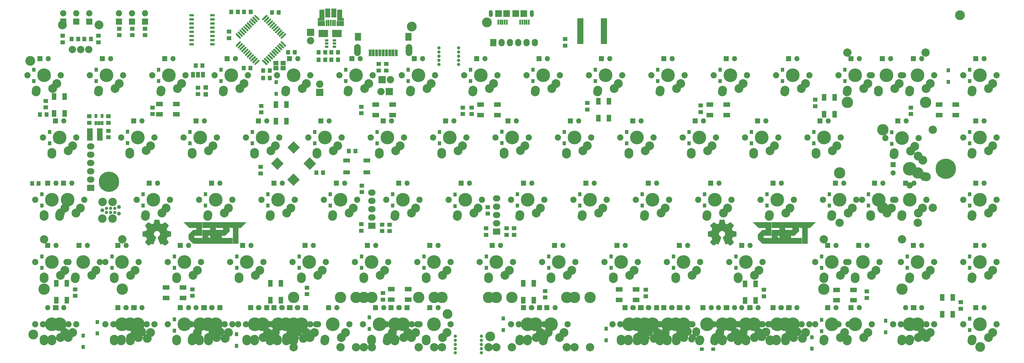
<source format=gbs>
G04 #@! TF.FileFunction,Soldermask,Bot*
%FSLAX46Y46*%
G04 Gerber Fmt 4.6, Leading zero omitted, Abs format (unit mm)*
G04 Created by KiCad (PCBNEW 4.0.1-stable) date 5/21/2016 3:34:07 PM*
%MOMM*%
G01*
G04 APERTURE LIST*
%ADD10C,0.150000*%
%ADD11C,0.002540*%
%ADD12C,0.010000*%
%ADD13C,0.609600*%
%ADD14R,2.235200X2.235200*%
%ADD15O,2.235200X2.235200*%
%ADD16R,1.203200X1.453200*%
%ADD17C,4.191010*%
%ADD18C,1.905010*%
%ADD19C,2.703200*%
%ADD20O,2.703200X2.703200*%
%ADD21O,2.403200X2.703200*%
%ADD22C,2.103200*%
%ADD23C,2.540000*%
%ADD24C,3.479800*%
%ADD25O,1.603200X1.603200*%
%ADD26R,1.603200X1.603200*%
%ADD27R,1.054100X1.203960*%
%ADD28C,6.203200*%
%ADD29R,1.203960X1.054100*%
%ADD30C,3.000000*%
%ADD31R,1.400000X2.051000*%
%ADD32R,2.051000X1.400000*%
%ADD33R,1.453200X1.203200*%
%ADD34O,2.003200X3.703200*%
%ADD35R,0.903200X2.003200*%
%ADD36R,1.843200X2.403200*%
%ADD37R,2.003200X2.103200*%
%ADD38R,0.603200X1.553200*%
%ADD39R,2.103200X2.103200*%
%ADD40O,1.253200X2.103200*%
%ADD41R,2.854960X2.232660*%
%ADD42R,1.703200X3.803200*%
%ADD43R,1.402080X1.402080*%
%ADD44C,0.988060*%
%ADD45C,1.191260*%
%ADD46C,1.188720*%
%ADD47C,2.575560*%
%ADD48C,2.573020*%
%ADD49R,2.003200X1.303200*%
%ADD50C,2.235200*%
%ADD51R,1.953200X0.653200*%
%ADD52R,1.003200X0.753200*%
%ADD53R,1.603200X1.403200*%
%ADD54R,1.930400X2.235200*%
%ADD55O,1.930400X2.235200*%
%ADD56R,2.235200X1.930400*%
%ADD57O,2.235200X1.930400*%
%ADD58R,1.346200X0.711200*%
%ADD59R,0.853200X1.263200*%
%ADD60R,1.903200X1.903200*%
%ADD61C,1.903200*%
%ADD62R,1.203200X1.703200*%
%ADD63C,1.003200*%
%ADD64R,0.603200X1.953200*%
%ADD65R,2.203200X1.603200*%
%ADD66R,1.503200X3.453200*%
%ADD67R,2.028200X0.903200*%
%ADD68O,1.503200X2.003200*%
%ADD69R,1.628200X2.703200*%
%ADD70O,1.203200X1.603200*%
G04 APERTURE END LIST*
D10*
D11*
G36*
X118238400Y-137129960D02*
X118238400Y-137267120D01*
X118238400Y-137378880D01*
X118240940Y-137467780D01*
X118240940Y-137538900D01*
X118243480Y-137592240D01*
X118246020Y-137630340D01*
X118248560Y-137658280D01*
X118253640Y-137673520D01*
X118258720Y-137678600D01*
X118276500Y-137686220D01*
X118319680Y-137696380D01*
X118383180Y-137711620D01*
X118464460Y-137726860D01*
X118560980Y-137747180D01*
X118670200Y-137767500D01*
X118784500Y-137790360D01*
X118911500Y-137813220D01*
X119025800Y-137836080D01*
X119124860Y-137856400D01*
X119206140Y-137874180D01*
X119267100Y-137886880D01*
X119302660Y-137897040D01*
X119312820Y-137902120D01*
X119322980Y-137919900D01*
X119343300Y-137958000D01*
X119368700Y-138016420D01*
X119399180Y-138085000D01*
X119432200Y-138161200D01*
X119465220Y-138245020D01*
X119498240Y-138326300D01*
X119528720Y-138402500D01*
X119554120Y-138471080D01*
X119574440Y-138526960D01*
X119587140Y-138565060D01*
X119589680Y-138580300D01*
X119582060Y-138593000D01*
X119559200Y-138628560D01*
X119523640Y-138681900D01*
X119477920Y-138747940D01*
X119424580Y-138826680D01*
X119366160Y-138913040D01*
X119328060Y-138966380D01*
X119071520Y-139342300D01*
X119071520Y-139509940D01*
X119071520Y-139677580D01*
X119462680Y-140068740D01*
X119853840Y-140459900D01*
X120018940Y-140459900D01*
X120181500Y-140459900D01*
X120552340Y-140205900D01*
X120920640Y-139951900D01*
X121040020Y-140015400D01*
X121156860Y-140081440D01*
X121329580Y-140076360D01*
X121502300Y-140071280D01*
X121880760Y-139161960D01*
X122259220Y-138252640D01*
X122259220Y-138107860D01*
X122259220Y-138044360D01*
X122256680Y-137991020D01*
X122254140Y-137955460D01*
X122251600Y-137942760D01*
X122236360Y-137924980D01*
X122203340Y-137897040D01*
X122157620Y-137861480D01*
X122114440Y-137831000D01*
X121997600Y-137744640D01*
X121901080Y-137663360D01*
X121822340Y-137582080D01*
X121756300Y-137495720D01*
X121697880Y-137396660D01*
X121659780Y-137323000D01*
X121601360Y-137190920D01*
X121568340Y-137071540D01*
X121560720Y-136962320D01*
X121565800Y-136893740D01*
X121611520Y-136728640D01*
X121682640Y-136573700D01*
X121774080Y-136428920D01*
X121890920Y-136296840D01*
X122025540Y-136182540D01*
X122175400Y-136088560D01*
X122195720Y-136078400D01*
X122302400Y-136030140D01*
X122406540Y-135997120D01*
X122505600Y-135976800D01*
X122564020Y-135971720D01*
X122670700Y-135984420D01*
X122790080Y-136017440D01*
X122914540Y-136070780D01*
X123036460Y-136141900D01*
X123150760Y-136225720D01*
X123254900Y-136319700D01*
X123320940Y-136390820D01*
X123381900Y-136479720D01*
X123442860Y-136586400D01*
X123493660Y-136700700D01*
X123534300Y-136809920D01*
X123544460Y-136845480D01*
X123557160Y-136919140D01*
X123562240Y-136987720D01*
X123557160Y-137053760D01*
X123536840Y-137129960D01*
X123506360Y-137223940D01*
X123498740Y-137244260D01*
X123425080Y-137399200D01*
X123328560Y-137541440D01*
X123206640Y-137673520D01*
X123061860Y-137792900D01*
X122962800Y-137861480D01*
X122922160Y-137889420D01*
X122889140Y-137912280D01*
X122873900Y-137924980D01*
X122871360Y-137945300D01*
X122866280Y-137988480D01*
X122866280Y-138044360D01*
X122863740Y-138097700D01*
X122863740Y-138252640D01*
X123232040Y-139136560D01*
X123293000Y-139288960D01*
X123351420Y-139431200D01*
X123407300Y-139565820D01*
X123458100Y-139687740D01*
X123503820Y-139794420D01*
X123541920Y-139885860D01*
X123572400Y-139962060D01*
X123595260Y-140015400D01*
X123610500Y-140045880D01*
X123613040Y-140050960D01*
X123620660Y-140063660D01*
X123635900Y-140071280D01*
X123661300Y-140076360D01*
X123701940Y-140078900D01*
X123762900Y-140078900D01*
X123793380Y-140078900D01*
X123961020Y-140078900D01*
X124080400Y-140015400D01*
X124199780Y-139951900D01*
X124430920Y-140111920D01*
X124514740Y-140167800D01*
X124601100Y-140228760D01*
X124684920Y-140284640D01*
X124756040Y-140332900D01*
X124801760Y-140365920D01*
X124941460Y-140459900D01*
X125106560Y-140459900D01*
X125269120Y-140459900D01*
X125662820Y-140068740D01*
X126053980Y-139677580D01*
X126053980Y-139512480D01*
X126053980Y-139441360D01*
X126051440Y-139393100D01*
X126046360Y-139357540D01*
X126038740Y-139332140D01*
X126023500Y-139306740D01*
X126005720Y-139281340D01*
X125985400Y-139250860D01*
X125952380Y-139200060D01*
X125906660Y-139134020D01*
X125855860Y-139057820D01*
X125797440Y-138974000D01*
X125746640Y-138897800D01*
X125688220Y-138813980D01*
X125637420Y-138737780D01*
X125594240Y-138671740D01*
X125561220Y-138618400D01*
X125538360Y-138582840D01*
X125530740Y-138567600D01*
X125535820Y-138549820D01*
X125551060Y-138509180D01*
X125571380Y-138450760D01*
X125601860Y-138377100D01*
X125634880Y-138293280D01*
X125660280Y-138227240D01*
X125703460Y-138118020D01*
X125739020Y-138034200D01*
X125766960Y-137970700D01*
X125789820Y-137927520D01*
X125805060Y-137902120D01*
X125817760Y-137891960D01*
X125840620Y-137886880D01*
X125883800Y-137876720D01*
X125949840Y-137864020D01*
X126033660Y-137846240D01*
X126132720Y-137828460D01*
X126241940Y-137805600D01*
X126348620Y-137787820D01*
X126462920Y-137764960D01*
X126572140Y-137744640D01*
X126666120Y-137724320D01*
X126747400Y-137709080D01*
X126810900Y-137693840D01*
X126851540Y-137683680D01*
X126866780Y-137678600D01*
X126871860Y-137670980D01*
X126874400Y-137653200D01*
X126876940Y-137622720D01*
X126879480Y-137579540D01*
X126882020Y-137521120D01*
X126884560Y-137442380D01*
X126884560Y-137345860D01*
X126884560Y-137226480D01*
X126887100Y-137079160D01*
X126887100Y-136967400D01*
X126887100Y-136271440D01*
X126854080Y-136253660D01*
X126833760Y-136246040D01*
X126788040Y-136233340D01*
X126722000Y-136220640D01*
X126638180Y-136202860D01*
X126539120Y-136182540D01*
X126427360Y-136162220D01*
X126310520Y-136139360D01*
X126307980Y-136139360D01*
X126191140Y-136116500D01*
X126081920Y-136096180D01*
X125982860Y-136075860D01*
X125901580Y-136058080D01*
X125838080Y-136045380D01*
X125794900Y-136032680D01*
X125774580Y-136027600D01*
X125774580Y-136027600D01*
X125764420Y-136009820D01*
X125746640Y-135971720D01*
X125721240Y-135915840D01*
X125688220Y-135847260D01*
X125655200Y-135771060D01*
X125622180Y-135692320D01*
X125586620Y-135616120D01*
X125556140Y-135545000D01*
X125530740Y-135481500D01*
X125512960Y-135435780D01*
X125502800Y-135407840D01*
X125502800Y-135405300D01*
X125510420Y-135390060D01*
X125533280Y-135354500D01*
X125566300Y-135301160D01*
X125612020Y-135232580D01*
X125665360Y-135153840D01*
X125726320Y-135064940D01*
X125777120Y-134988740D01*
X126053980Y-134587420D01*
X126053980Y-134424860D01*
X126053980Y-134262300D01*
X125662820Y-133868600D01*
X125271660Y-133477440D01*
X125104020Y-133477440D01*
X124936380Y-133477440D01*
X124580780Y-133721280D01*
X124489340Y-133782240D01*
X124402980Y-133843200D01*
X124324240Y-133896540D01*
X124258200Y-133942260D01*
X124207400Y-133977820D01*
X124174380Y-134000680D01*
X124169300Y-134003220D01*
X124110880Y-134043860D01*
X123844180Y-133934640D01*
X123740040Y-133894000D01*
X123661300Y-133860980D01*
X123600340Y-133835580D01*
X123557160Y-133815260D01*
X123529220Y-133800020D01*
X123511440Y-133787320D01*
X123498740Y-133777160D01*
X123493660Y-133764460D01*
X123493660Y-133761920D01*
X123488580Y-133741600D01*
X123478420Y-133695880D01*
X123465720Y-133632380D01*
X123450480Y-133548560D01*
X123430160Y-133449500D01*
X123409840Y-133340280D01*
X123389520Y-133220900D01*
X123386980Y-133208200D01*
X123364120Y-133091360D01*
X123341260Y-132979600D01*
X123323480Y-132880540D01*
X123305700Y-132796720D01*
X123290460Y-132730680D01*
X123280300Y-132684960D01*
X123272680Y-132664640D01*
X123272680Y-132664640D01*
X123265060Y-132659560D01*
X123247280Y-132657020D01*
X123221880Y-132651940D01*
X123181240Y-132649400D01*
X123125360Y-132649400D01*
X123051700Y-132646860D01*
X122960260Y-132646860D01*
X122845960Y-132644320D01*
X122706260Y-132644320D01*
X122564020Y-132644320D01*
X122426860Y-132644320D01*
X122297320Y-132646860D01*
X122180480Y-132646860D01*
X122076340Y-132649400D01*
X121987440Y-132649400D01*
X121921400Y-132651940D01*
X121875680Y-132654480D01*
X121852820Y-132657020D01*
X121852820Y-132657020D01*
X121845200Y-132674800D01*
X121835040Y-132715440D01*
X121819800Y-132784020D01*
X121799480Y-132870380D01*
X121779160Y-132979600D01*
X121753760Y-133106600D01*
X121735980Y-133203120D01*
X121713120Y-133322500D01*
X121692800Y-133436800D01*
X121672480Y-133538400D01*
X121657240Y-133624760D01*
X121642000Y-133693340D01*
X121631840Y-133741600D01*
X121626760Y-133767000D01*
X121626760Y-133767000D01*
X121614060Y-133782240D01*
X121583580Y-133800020D01*
X121537860Y-133822880D01*
X121469280Y-133853360D01*
X121380380Y-133894000D01*
X121314340Y-133919400D01*
X121217820Y-133960040D01*
X121144160Y-133987980D01*
X121090820Y-134010840D01*
X121050180Y-134023540D01*
X121024780Y-134028620D01*
X121004460Y-134031160D01*
X120991760Y-134026080D01*
X120979060Y-134021000D01*
X120976520Y-134018460D01*
X120956200Y-134005760D01*
X120915560Y-133977820D01*
X120859680Y-133937180D01*
X120786020Y-133888920D01*
X120704740Y-133833040D01*
X120613300Y-133772080D01*
X120562500Y-133736520D01*
X120186580Y-133477440D01*
X120018940Y-133477440D01*
X119853840Y-133477440D01*
X119462680Y-133868600D01*
X119071520Y-134259760D01*
X119071520Y-134427400D01*
X119071520Y-134595040D01*
X119348380Y-134996360D01*
X119625240Y-135397680D01*
X119493160Y-135710100D01*
X119452520Y-135799000D01*
X119416960Y-135880280D01*
X119383940Y-135946320D01*
X119358540Y-135997120D01*
X119340760Y-136027600D01*
X119335680Y-136032680D01*
X119315360Y-136037760D01*
X119272180Y-136047920D01*
X119208680Y-136063160D01*
X119124860Y-136078400D01*
X119025800Y-136098720D01*
X118916580Y-136119040D01*
X118799740Y-136141900D01*
X118787040Y-136144440D01*
X118649880Y-136169840D01*
X118530500Y-136192700D01*
X118431440Y-136213020D01*
X118350160Y-136230800D01*
X118291740Y-136246040D01*
X118258720Y-136256200D01*
X118251100Y-136261280D01*
X118248560Y-136276520D01*
X118246020Y-136319700D01*
X118243480Y-136385740D01*
X118240940Y-136472100D01*
X118240940Y-136573700D01*
X118238400Y-136688000D01*
X118238400Y-136815000D01*
X118238400Y-136952160D01*
X118238400Y-136969940D01*
X118238400Y-137129960D01*
X118238400Y-137129960D01*
X118238400Y-137129960D01*
G37*
X118238400Y-137129960D02*
X118238400Y-137267120D01*
X118238400Y-137378880D01*
X118240940Y-137467780D01*
X118240940Y-137538900D01*
X118243480Y-137592240D01*
X118246020Y-137630340D01*
X118248560Y-137658280D01*
X118253640Y-137673520D01*
X118258720Y-137678600D01*
X118276500Y-137686220D01*
X118319680Y-137696380D01*
X118383180Y-137711620D01*
X118464460Y-137726860D01*
X118560980Y-137747180D01*
X118670200Y-137767500D01*
X118784500Y-137790360D01*
X118911500Y-137813220D01*
X119025800Y-137836080D01*
X119124860Y-137856400D01*
X119206140Y-137874180D01*
X119267100Y-137886880D01*
X119302660Y-137897040D01*
X119312820Y-137902120D01*
X119322980Y-137919900D01*
X119343300Y-137958000D01*
X119368700Y-138016420D01*
X119399180Y-138085000D01*
X119432200Y-138161200D01*
X119465220Y-138245020D01*
X119498240Y-138326300D01*
X119528720Y-138402500D01*
X119554120Y-138471080D01*
X119574440Y-138526960D01*
X119587140Y-138565060D01*
X119589680Y-138580300D01*
X119582060Y-138593000D01*
X119559200Y-138628560D01*
X119523640Y-138681900D01*
X119477920Y-138747940D01*
X119424580Y-138826680D01*
X119366160Y-138913040D01*
X119328060Y-138966380D01*
X119071520Y-139342300D01*
X119071520Y-139509940D01*
X119071520Y-139677580D01*
X119462680Y-140068740D01*
X119853840Y-140459900D01*
X120018940Y-140459900D01*
X120181500Y-140459900D01*
X120552340Y-140205900D01*
X120920640Y-139951900D01*
X121040020Y-140015400D01*
X121156860Y-140081440D01*
X121329580Y-140076360D01*
X121502300Y-140071280D01*
X121880760Y-139161960D01*
X122259220Y-138252640D01*
X122259220Y-138107860D01*
X122259220Y-138044360D01*
X122256680Y-137991020D01*
X122254140Y-137955460D01*
X122251600Y-137942760D01*
X122236360Y-137924980D01*
X122203340Y-137897040D01*
X122157620Y-137861480D01*
X122114440Y-137831000D01*
X121997600Y-137744640D01*
X121901080Y-137663360D01*
X121822340Y-137582080D01*
X121756300Y-137495720D01*
X121697880Y-137396660D01*
X121659780Y-137323000D01*
X121601360Y-137190920D01*
X121568340Y-137071540D01*
X121560720Y-136962320D01*
X121565800Y-136893740D01*
X121611520Y-136728640D01*
X121682640Y-136573700D01*
X121774080Y-136428920D01*
X121890920Y-136296840D01*
X122025540Y-136182540D01*
X122175400Y-136088560D01*
X122195720Y-136078400D01*
X122302400Y-136030140D01*
X122406540Y-135997120D01*
X122505600Y-135976800D01*
X122564020Y-135971720D01*
X122670700Y-135984420D01*
X122790080Y-136017440D01*
X122914540Y-136070780D01*
X123036460Y-136141900D01*
X123150760Y-136225720D01*
X123254900Y-136319700D01*
X123320940Y-136390820D01*
X123381900Y-136479720D01*
X123442860Y-136586400D01*
X123493660Y-136700700D01*
X123534300Y-136809920D01*
X123544460Y-136845480D01*
X123557160Y-136919140D01*
X123562240Y-136987720D01*
X123557160Y-137053760D01*
X123536840Y-137129960D01*
X123506360Y-137223940D01*
X123498740Y-137244260D01*
X123425080Y-137399200D01*
X123328560Y-137541440D01*
X123206640Y-137673520D01*
X123061860Y-137792900D01*
X122962800Y-137861480D01*
X122922160Y-137889420D01*
X122889140Y-137912280D01*
X122873900Y-137924980D01*
X122871360Y-137945300D01*
X122866280Y-137988480D01*
X122866280Y-138044360D01*
X122863740Y-138097700D01*
X122863740Y-138252640D01*
X123232040Y-139136560D01*
X123293000Y-139288960D01*
X123351420Y-139431200D01*
X123407300Y-139565820D01*
X123458100Y-139687740D01*
X123503820Y-139794420D01*
X123541920Y-139885860D01*
X123572400Y-139962060D01*
X123595260Y-140015400D01*
X123610500Y-140045880D01*
X123613040Y-140050960D01*
X123620660Y-140063660D01*
X123635900Y-140071280D01*
X123661300Y-140076360D01*
X123701940Y-140078900D01*
X123762900Y-140078900D01*
X123793380Y-140078900D01*
X123961020Y-140078900D01*
X124080400Y-140015400D01*
X124199780Y-139951900D01*
X124430920Y-140111920D01*
X124514740Y-140167800D01*
X124601100Y-140228760D01*
X124684920Y-140284640D01*
X124756040Y-140332900D01*
X124801760Y-140365920D01*
X124941460Y-140459900D01*
X125106560Y-140459900D01*
X125269120Y-140459900D01*
X125662820Y-140068740D01*
X126053980Y-139677580D01*
X126053980Y-139512480D01*
X126053980Y-139441360D01*
X126051440Y-139393100D01*
X126046360Y-139357540D01*
X126038740Y-139332140D01*
X126023500Y-139306740D01*
X126005720Y-139281340D01*
X125985400Y-139250860D01*
X125952380Y-139200060D01*
X125906660Y-139134020D01*
X125855860Y-139057820D01*
X125797440Y-138974000D01*
X125746640Y-138897800D01*
X125688220Y-138813980D01*
X125637420Y-138737780D01*
X125594240Y-138671740D01*
X125561220Y-138618400D01*
X125538360Y-138582840D01*
X125530740Y-138567600D01*
X125535820Y-138549820D01*
X125551060Y-138509180D01*
X125571380Y-138450760D01*
X125601860Y-138377100D01*
X125634880Y-138293280D01*
X125660280Y-138227240D01*
X125703460Y-138118020D01*
X125739020Y-138034200D01*
X125766960Y-137970700D01*
X125789820Y-137927520D01*
X125805060Y-137902120D01*
X125817760Y-137891960D01*
X125840620Y-137886880D01*
X125883800Y-137876720D01*
X125949840Y-137864020D01*
X126033660Y-137846240D01*
X126132720Y-137828460D01*
X126241940Y-137805600D01*
X126348620Y-137787820D01*
X126462920Y-137764960D01*
X126572140Y-137744640D01*
X126666120Y-137724320D01*
X126747400Y-137709080D01*
X126810900Y-137693840D01*
X126851540Y-137683680D01*
X126866780Y-137678600D01*
X126871860Y-137670980D01*
X126874400Y-137653200D01*
X126876940Y-137622720D01*
X126879480Y-137579540D01*
X126882020Y-137521120D01*
X126884560Y-137442380D01*
X126884560Y-137345860D01*
X126884560Y-137226480D01*
X126887100Y-137079160D01*
X126887100Y-136967400D01*
X126887100Y-136271440D01*
X126854080Y-136253660D01*
X126833760Y-136246040D01*
X126788040Y-136233340D01*
X126722000Y-136220640D01*
X126638180Y-136202860D01*
X126539120Y-136182540D01*
X126427360Y-136162220D01*
X126310520Y-136139360D01*
X126307980Y-136139360D01*
X126191140Y-136116500D01*
X126081920Y-136096180D01*
X125982860Y-136075860D01*
X125901580Y-136058080D01*
X125838080Y-136045380D01*
X125794900Y-136032680D01*
X125774580Y-136027600D01*
X125774580Y-136027600D01*
X125764420Y-136009820D01*
X125746640Y-135971720D01*
X125721240Y-135915840D01*
X125688220Y-135847260D01*
X125655200Y-135771060D01*
X125622180Y-135692320D01*
X125586620Y-135616120D01*
X125556140Y-135545000D01*
X125530740Y-135481500D01*
X125512960Y-135435780D01*
X125502800Y-135407840D01*
X125502800Y-135405300D01*
X125510420Y-135390060D01*
X125533280Y-135354500D01*
X125566300Y-135301160D01*
X125612020Y-135232580D01*
X125665360Y-135153840D01*
X125726320Y-135064940D01*
X125777120Y-134988740D01*
X126053980Y-134587420D01*
X126053980Y-134424860D01*
X126053980Y-134262300D01*
X125662820Y-133868600D01*
X125271660Y-133477440D01*
X125104020Y-133477440D01*
X124936380Y-133477440D01*
X124580780Y-133721280D01*
X124489340Y-133782240D01*
X124402980Y-133843200D01*
X124324240Y-133896540D01*
X124258200Y-133942260D01*
X124207400Y-133977820D01*
X124174380Y-134000680D01*
X124169300Y-134003220D01*
X124110880Y-134043860D01*
X123844180Y-133934640D01*
X123740040Y-133894000D01*
X123661300Y-133860980D01*
X123600340Y-133835580D01*
X123557160Y-133815260D01*
X123529220Y-133800020D01*
X123511440Y-133787320D01*
X123498740Y-133777160D01*
X123493660Y-133764460D01*
X123493660Y-133761920D01*
X123488580Y-133741600D01*
X123478420Y-133695880D01*
X123465720Y-133632380D01*
X123450480Y-133548560D01*
X123430160Y-133449500D01*
X123409840Y-133340280D01*
X123389520Y-133220900D01*
X123386980Y-133208200D01*
X123364120Y-133091360D01*
X123341260Y-132979600D01*
X123323480Y-132880540D01*
X123305700Y-132796720D01*
X123290460Y-132730680D01*
X123280300Y-132684960D01*
X123272680Y-132664640D01*
X123272680Y-132664640D01*
X123265060Y-132659560D01*
X123247280Y-132657020D01*
X123221880Y-132651940D01*
X123181240Y-132649400D01*
X123125360Y-132649400D01*
X123051700Y-132646860D01*
X122960260Y-132646860D01*
X122845960Y-132644320D01*
X122706260Y-132644320D01*
X122564020Y-132644320D01*
X122426860Y-132644320D01*
X122297320Y-132646860D01*
X122180480Y-132646860D01*
X122076340Y-132649400D01*
X121987440Y-132649400D01*
X121921400Y-132651940D01*
X121875680Y-132654480D01*
X121852820Y-132657020D01*
X121852820Y-132657020D01*
X121845200Y-132674800D01*
X121835040Y-132715440D01*
X121819800Y-132784020D01*
X121799480Y-132870380D01*
X121779160Y-132979600D01*
X121753760Y-133106600D01*
X121735980Y-133203120D01*
X121713120Y-133322500D01*
X121692800Y-133436800D01*
X121672480Y-133538400D01*
X121657240Y-133624760D01*
X121642000Y-133693340D01*
X121631840Y-133741600D01*
X121626760Y-133767000D01*
X121626760Y-133767000D01*
X121614060Y-133782240D01*
X121583580Y-133800020D01*
X121537860Y-133822880D01*
X121469280Y-133853360D01*
X121380380Y-133894000D01*
X121314340Y-133919400D01*
X121217820Y-133960040D01*
X121144160Y-133987980D01*
X121090820Y-134010840D01*
X121050180Y-134023540D01*
X121024780Y-134028620D01*
X121004460Y-134031160D01*
X120991760Y-134026080D01*
X120979060Y-134021000D01*
X120976520Y-134018460D01*
X120956200Y-134005760D01*
X120915560Y-133977820D01*
X120859680Y-133937180D01*
X120786020Y-133888920D01*
X120704740Y-133833040D01*
X120613300Y-133772080D01*
X120562500Y-133736520D01*
X120186580Y-133477440D01*
X120018940Y-133477440D01*
X119853840Y-133477440D01*
X119462680Y-133868600D01*
X119071520Y-134259760D01*
X119071520Y-134427400D01*
X119071520Y-134595040D01*
X119348380Y-134996360D01*
X119625240Y-135397680D01*
X119493160Y-135710100D01*
X119452520Y-135799000D01*
X119416960Y-135880280D01*
X119383940Y-135946320D01*
X119358540Y-135997120D01*
X119340760Y-136027600D01*
X119335680Y-136032680D01*
X119315360Y-136037760D01*
X119272180Y-136047920D01*
X119208680Y-136063160D01*
X119124860Y-136078400D01*
X119025800Y-136098720D01*
X118916580Y-136119040D01*
X118799740Y-136141900D01*
X118787040Y-136144440D01*
X118649880Y-136169840D01*
X118530500Y-136192700D01*
X118431440Y-136213020D01*
X118350160Y-136230800D01*
X118291740Y-136246040D01*
X118258720Y-136256200D01*
X118251100Y-136261280D01*
X118248560Y-136276520D01*
X118246020Y-136319700D01*
X118243480Y-136385740D01*
X118240940Y-136472100D01*
X118240940Y-136573700D01*
X118238400Y-136688000D01*
X118238400Y-136815000D01*
X118238400Y-136952160D01*
X118238400Y-136969940D01*
X118238400Y-137129960D01*
X118238400Y-137129960D01*
D12*
G36*
X136488780Y-135072560D02*
X138886540Y-135072560D01*
X138886540Y-135804080D01*
X136488780Y-135804080D01*
X136488780Y-137135040D01*
X136488722Y-137297721D01*
X136488553Y-137454699D01*
X136488278Y-137604785D01*
X136487906Y-137746789D01*
X136487443Y-137879525D01*
X136486896Y-138001802D01*
X136486272Y-138112433D01*
X136485578Y-138210230D01*
X136484821Y-138294004D01*
X136484008Y-138362566D01*
X136483145Y-138414728D01*
X136482240Y-138449302D01*
X136481300Y-138465099D01*
X136481014Y-138466000D01*
X136471703Y-138459138D01*
X136450532Y-138440068D01*
X136419898Y-138411056D01*
X136382200Y-138374374D01*
X136341461Y-138333920D01*
X136209674Y-138201840D01*
X133958940Y-138201840D01*
X133958940Y-137480480D01*
X136356700Y-137480480D01*
X136356700Y-133406320D01*
X130753507Y-133406320D01*
X131586581Y-134239440D01*
X132419654Y-135072560D01*
X134680300Y-135072560D01*
X134680300Y-135804080D01*
X134154492Y-135804079D01*
X133628683Y-135804079D01*
X132955612Y-136477208D01*
X132282540Y-137150336D01*
X132282541Y-137841217D01*
X132282541Y-138532097D01*
X132955669Y-139205168D01*
X133628797Y-139878240D01*
X140552939Y-139878240D01*
X140550467Y-137480480D01*
X138886540Y-137480480D01*
X138886540Y-138201840D01*
X138606971Y-138201840D01*
X138380996Y-137975697D01*
X138155020Y-137749554D01*
X138155020Y-137480480D01*
X138886540Y-137480480D01*
X140550467Y-137480480D01*
X140550320Y-137338404D01*
X140547700Y-134798569D01*
X140654380Y-134904452D01*
X140698035Y-134947181D01*
X140731773Y-134978178D01*
X140759667Y-135000448D01*
X140785791Y-135016995D01*
X140814216Y-135030826D01*
X140840065Y-135041447D01*
X140919069Y-135072559D01*
X141769811Y-135072559D01*
X142620552Y-135072560D01*
X142803221Y-135255440D01*
X142985889Y-135438319D01*
X142803220Y-135621199D01*
X142620552Y-135804080D01*
X140684860Y-135804080D01*
X140684860Y-139878240D01*
X145653100Y-139878240D01*
X145653100Y-138201840D01*
X142351100Y-138201840D01*
X142351100Y-137480480D01*
X142881989Y-137480480D01*
X143412878Y-137480479D01*
X144086098Y-136807202D01*
X144759319Y-136133924D01*
X144756630Y-135483862D01*
X144756024Y-135370299D01*
X144755185Y-135262415D01*
X144754144Y-135161983D01*
X144752931Y-135070775D01*
X144751578Y-134990563D01*
X144750116Y-134923119D01*
X144748575Y-134870215D01*
X144746985Y-134833623D01*
X144745379Y-134815116D01*
X144744960Y-134813480D01*
X144748937Y-134813940D01*
X144765252Y-134827033D01*
X144791928Y-134850972D01*
X144826984Y-134883972D01*
X144868443Y-134924245D01*
X144877171Y-134932860D01*
X145018364Y-135072560D01*
X145785180Y-135072560D01*
X145785180Y-139878240D01*
X147451420Y-139878240D01*
X147451420Y-135072560D01*
X148218547Y-135072560D01*
X149051621Y-134239440D01*
X149884694Y-133406320D01*
X136488780Y-133406320D01*
X136488780Y-135072560D01*
X136488780Y-135072560D01*
G37*
X136488780Y-135072560D02*
X138886540Y-135072560D01*
X138886540Y-135804080D01*
X136488780Y-135804080D01*
X136488780Y-137135040D01*
X136488722Y-137297721D01*
X136488553Y-137454699D01*
X136488278Y-137604785D01*
X136487906Y-137746789D01*
X136487443Y-137879525D01*
X136486896Y-138001802D01*
X136486272Y-138112433D01*
X136485578Y-138210230D01*
X136484821Y-138294004D01*
X136484008Y-138362566D01*
X136483145Y-138414728D01*
X136482240Y-138449302D01*
X136481300Y-138465099D01*
X136481014Y-138466000D01*
X136471703Y-138459138D01*
X136450532Y-138440068D01*
X136419898Y-138411056D01*
X136382200Y-138374374D01*
X136341461Y-138333920D01*
X136209674Y-138201840D01*
X133958940Y-138201840D01*
X133958940Y-137480480D01*
X136356700Y-137480480D01*
X136356700Y-133406320D01*
X130753507Y-133406320D01*
X131586581Y-134239440D01*
X132419654Y-135072560D01*
X134680300Y-135072560D01*
X134680300Y-135804080D01*
X134154492Y-135804079D01*
X133628683Y-135804079D01*
X132955612Y-136477208D01*
X132282540Y-137150336D01*
X132282541Y-137841217D01*
X132282541Y-138532097D01*
X132955669Y-139205168D01*
X133628797Y-139878240D01*
X140552939Y-139878240D01*
X140550467Y-137480480D01*
X138886540Y-137480480D01*
X138886540Y-138201840D01*
X138606971Y-138201840D01*
X138380996Y-137975697D01*
X138155020Y-137749554D01*
X138155020Y-137480480D01*
X138886540Y-137480480D01*
X140550467Y-137480480D01*
X140550320Y-137338404D01*
X140547700Y-134798569D01*
X140654380Y-134904452D01*
X140698035Y-134947181D01*
X140731773Y-134978178D01*
X140759667Y-135000448D01*
X140785791Y-135016995D01*
X140814216Y-135030826D01*
X140840065Y-135041447D01*
X140919069Y-135072559D01*
X141769811Y-135072559D01*
X142620552Y-135072560D01*
X142803221Y-135255440D01*
X142985889Y-135438319D01*
X142803220Y-135621199D01*
X142620552Y-135804080D01*
X140684860Y-135804080D01*
X140684860Y-139878240D01*
X145653100Y-139878240D01*
X145653100Y-138201840D01*
X142351100Y-138201840D01*
X142351100Y-137480480D01*
X142881989Y-137480480D01*
X143412878Y-137480479D01*
X144086098Y-136807202D01*
X144759319Y-136133924D01*
X144756630Y-135483862D01*
X144756024Y-135370299D01*
X144755185Y-135262415D01*
X144754144Y-135161983D01*
X144752931Y-135070775D01*
X144751578Y-134990563D01*
X144750116Y-134923119D01*
X144748575Y-134870215D01*
X144746985Y-134833623D01*
X144745379Y-134815116D01*
X144744960Y-134813480D01*
X144748937Y-134813940D01*
X144765252Y-134827033D01*
X144791928Y-134850972D01*
X144826984Y-134883972D01*
X144868443Y-134924245D01*
X144877171Y-134932860D01*
X145018364Y-135072560D01*
X145785180Y-135072560D01*
X145785180Y-139878240D01*
X147451420Y-139878240D01*
X147451420Y-135072560D01*
X148218547Y-135072560D01*
X149051621Y-134239440D01*
X149884694Y-133406320D01*
X136488780Y-133406320D01*
X136488780Y-135072560D01*
D11*
G36*
X290812000Y-137129960D02*
X290812000Y-137267120D01*
X290812000Y-137378880D01*
X290814540Y-137467780D01*
X290814540Y-137538900D01*
X290817080Y-137592240D01*
X290819620Y-137630340D01*
X290822160Y-137658280D01*
X290827240Y-137673520D01*
X290832320Y-137678600D01*
X290850100Y-137686220D01*
X290893280Y-137696380D01*
X290956780Y-137711620D01*
X291038060Y-137726860D01*
X291134580Y-137747180D01*
X291243800Y-137767500D01*
X291358100Y-137790360D01*
X291485100Y-137813220D01*
X291599400Y-137836080D01*
X291698460Y-137856400D01*
X291779740Y-137874180D01*
X291840700Y-137886880D01*
X291876260Y-137897040D01*
X291886420Y-137902120D01*
X291896580Y-137919900D01*
X291916900Y-137958000D01*
X291942300Y-138016420D01*
X291972780Y-138085000D01*
X292005800Y-138161200D01*
X292038820Y-138245020D01*
X292071840Y-138326300D01*
X292102320Y-138402500D01*
X292127720Y-138471080D01*
X292148040Y-138526960D01*
X292160740Y-138565060D01*
X292163280Y-138580300D01*
X292155660Y-138593000D01*
X292132800Y-138628560D01*
X292097240Y-138681900D01*
X292051520Y-138747940D01*
X291998180Y-138826680D01*
X291939760Y-138913040D01*
X291901660Y-138966380D01*
X291645120Y-139342300D01*
X291645120Y-139509940D01*
X291645120Y-139677580D01*
X292036280Y-140068740D01*
X292427440Y-140459900D01*
X292592540Y-140459900D01*
X292755100Y-140459900D01*
X293125940Y-140205900D01*
X293494240Y-139951900D01*
X293613620Y-140015400D01*
X293730460Y-140081440D01*
X293903180Y-140076360D01*
X294075900Y-140071280D01*
X294454360Y-139161960D01*
X294832820Y-138252640D01*
X294832820Y-138107860D01*
X294832820Y-138044360D01*
X294830280Y-137991020D01*
X294827740Y-137955460D01*
X294825200Y-137942760D01*
X294809960Y-137924980D01*
X294776940Y-137897040D01*
X294731220Y-137861480D01*
X294688040Y-137831000D01*
X294571200Y-137744640D01*
X294474680Y-137663360D01*
X294395940Y-137582080D01*
X294329900Y-137495720D01*
X294271480Y-137396660D01*
X294233380Y-137323000D01*
X294174960Y-137190920D01*
X294141940Y-137071540D01*
X294134320Y-136962320D01*
X294139400Y-136893740D01*
X294185120Y-136728640D01*
X294256240Y-136573700D01*
X294347680Y-136428920D01*
X294464520Y-136296840D01*
X294599140Y-136182540D01*
X294749000Y-136088560D01*
X294769320Y-136078400D01*
X294876000Y-136030140D01*
X294980140Y-135997120D01*
X295079200Y-135976800D01*
X295137620Y-135971720D01*
X295244300Y-135984420D01*
X295363680Y-136017440D01*
X295488140Y-136070780D01*
X295610060Y-136141900D01*
X295724360Y-136225720D01*
X295828500Y-136319700D01*
X295894540Y-136390820D01*
X295955500Y-136479720D01*
X296016460Y-136586400D01*
X296067260Y-136700700D01*
X296107900Y-136809920D01*
X296118060Y-136845480D01*
X296130760Y-136919140D01*
X296135840Y-136987720D01*
X296130760Y-137053760D01*
X296110440Y-137129960D01*
X296079960Y-137223940D01*
X296072340Y-137244260D01*
X295998680Y-137399200D01*
X295902160Y-137541440D01*
X295780240Y-137673520D01*
X295635460Y-137792900D01*
X295536400Y-137861480D01*
X295495760Y-137889420D01*
X295462740Y-137912280D01*
X295447500Y-137924980D01*
X295444960Y-137945300D01*
X295439880Y-137988480D01*
X295439880Y-138044360D01*
X295437340Y-138097700D01*
X295437340Y-138252640D01*
X295805640Y-139136560D01*
X295866600Y-139288960D01*
X295925020Y-139431200D01*
X295980900Y-139565820D01*
X296031700Y-139687740D01*
X296077420Y-139794420D01*
X296115520Y-139885860D01*
X296146000Y-139962060D01*
X296168860Y-140015400D01*
X296184100Y-140045880D01*
X296186640Y-140050960D01*
X296194260Y-140063660D01*
X296209500Y-140071280D01*
X296234900Y-140076360D01*
X296275540Y-140078900D01*
X296336500Y-140078900D01*
X296366980Y-140078900D01*
X296534620Y-140078900D01*
X296654000Y-140015400D01*
X296773380Y-139951900D01*
X297004520Y-140111920D01*
X297088340Y-140167800D01*
X297174700Y-140228760D01*
X297258520Y-140284640D01*
X297329640Y-140332900D01*
X297375360Y-140365920D01*
X297515060Y-140459900D01*
X297680160Y-140459900D01*
X297842720Y-140459900D01*
X298236420Y-140068740D01*
X298627580Y-139677580D01*
X298627580Y-139512480D01*
X298627580Y-139441360D01*
X298625040Y-139393100D01*
X298619960Y-139357540D01*
X298612340Y-139332140D01*
X298597100Y-139306740D01*
X298579320Y-139281340D01*
X298559000Y-139250860D01*
X298525980Y-139200060D01*
X298480260Y-139134020D01*
X298429460Y-139057820D01*
X298371040Y-138974000D01*
X298320240Y-138897800D01*
X298261820Y-138813980D01*
X298211020Y-138737780D01*
X298167840Y-138671740D01*
X298134820Y-138618400D01*
X298111960Y-138582840D01*
X298104340Y-138567600D01*
X298109420Y-138549820D01*
X298124660Y-138509180D01*
X298144980Y-138450760D01*
X298175460Y-138377100D01*
X298208480Y-138293280D01*
X298233880Y-138227240D01*
X298277060Y-138118020D01*
X298312620Y-138034200D01*
X298340560Y-137970700D01*
X298363420Y-137927520D01*
X298378660Y-137902120D01*
X298391360Y-137891960D01*
X298414220Y-137886880D01*
X298457400Y-137876720D01*
X298523440Y-137864020D01*
X298607260Y-137846240D01*
X298706320Y-137828460D01*
X298815540Y-137805600D01*
X298922220Y-137787820D01*
X299036520Y-137764960D01*
X299145740Y-137744640D01*
X299239720Y-137724320D01*
X299321000Y-137709080D01*
X299384500Y-137693840D01*
X299425140Y-137683680D01*
X299440380Y-137678600D01*
X299445460Y-137670980D01*
X299448000Y-137653200D01*
X299450540Y-137622720D01*
X299453080Y-137579540D01*
X299455620Y-137521120D01*
X299458160Y-137442380D01*
X299458160Y-137345860D01*
X299458160Y-137226480D01*
X299460700Y-137079160D01*
X299460700Y-136967400D01*
X299460700Y-136271440D01*
X299427680Y-136253660D01*
X299407360Y-136246040D01*
X299361640Y-136233340D01*
X299295600Y-136220640D01*
X299211780Y-136202860D01*
X299112720Y-136182540D01*
X299000960Y-136162220D01*
X298884120Y-136139360D01*
X298881580Y-136139360D01*
X298764740Y-136116500D01*
X298655520Y-136096180D01*
X298556460Y-136075860D01*
X298475180Y-136058080D01*
X298411680Y-136045380D01*
X298368500Y-136032680D01*
X298348180Y-136027600D01*
X298348180Y-136027600D01*
X298338020Y-136009820D01*
X298320240Y-135971720D01*
X298294840Y-135915840D01*
X298261820Y-135847260D01*
X298228800Y-135771060D01*
X298195780Y-135692320D01*
X298160220Y-135616120D01*
X298129740Y-135545000D01*
X298104340Y-135481500D01*
X298086560Y-135435780D01*
X298076400Y-135407840D01*
X298076400Y-135405300D01*
X298084020Y-135390060D01*
X298106880Y-135354500D01*
X298139900Y-135301160D01*
X298185620Y-135232580D01*
X298238960Y-135153840D01*
X298299920Y-135064940D01*
X298350720Y-134988740D01*
X298627580Y-134587420D01*
X298627580Y-134424860D01*
X298627580Y-134262300D01*
X298236420Y-133868600D01*
X297845260Y-133477440D01*
X297677620Y-133477440D01*
X297509980Y-133477440D01*
X297154380Y-133721280D01*
X297062940Y-133782240D01*
X296976580Y-133843200D01*
X296897840Y-133896540D01*
X296831800Y-133942260D01*
X296781000Y-133977820D01*
X296747980Y-134000680D01*
X296742900Y-134003220D01*
X296684480Y-134043860D01*
X296417780Y-133934640D01*
X296313640Y-133894000D01*
X296234900Y-133860980D01*
X296173940Y-133835580D01*
X296130760Y-133815260D01*
X296102820Y-133800020D01*
X296085040Y-133787320D01*
X296072340Y-133777160D01*
X296067260Y-133764460D01*
X296067260Y-133761920D01*
X296062180Y-133741600D01*
X296052020Y-133695880D01*
X296039320Y-133632380D01*
X296024080Y-133548560D01*
X296003760Y-133449500D01*
X295983440Y-133340280D01*
X295963120Y-133220900D01*
X295960580Y-133208200D01*
X295937720Y-133091360D01*
X295914860Y-132979600D01*
X295897080Y-132880540D01*
X295879300Y-132796720D01*
X295864060Y-132730680D01*
X295853900Y-132684960D01*
X295846280Y-132664640D01*
X295846280Y-132664640D01*
X295838660Y-132659560D01*
X295820880Y-132657020D01*
X295795480Y-132651940D01*
X295754840Y-132649400D01*
X295698960Y-132649400D01*
X295625300Y-132646860D01*
X295533860Y-132646860D01*
X295419560Y-132644320D01*
X295279860Y-132644320D01*
X295137620Y-132644320D01*
X295000460Y-132644320D01*
X294870920Y-132646860D01*
X294754080Y-132646860D01*
X294649940Y-132649400D01*
X294561040Y-132649400D01*
X294495000Y-132651940D01*
X294449280Y-132654480D01*
X294426420Y-132657020D01*
X294426420Y-132657020D01*
X294418800Y-132674800D01*
X294408640Y-132715440D01*
X294393400Y-132784020D01*
X294373080Y-132870380D01*
X294352760Y-132979600D01*
X294327360Y-133106600D01*
X294309580Y-133203120D01*
X294286720Y-133322500D01*
X294266400Y-133436800D01*
X294246080Y-133538400D01*
X294230840Y-133624760D01*
X294215600Y-133693340D01*
X294205440Y-133741600D01*
X294200360Y-133767000D01*
X294200360Y-133767000D01*
X294187660Y-133782240D01*
X294157180Y-133800020D01*
X294111460Y-133822880D01*
X294042880Y-133853360D01*
X293953980Y-133894000D01*
X293887940Y-133919400D01*
X293791420Y-133960040D01*
X293717760Y-133987980D01*
X293664420Y-134010840D01*
X293623780Y-134023540D01*
X293598380Y-134028620D01*
X293578060Y-134031160D01*
X293565360Y-134026080D01*
X293552660Y-134021000D01*
X293550120Y-134018460D01*
X293529800Y-134005760D01*
X293489160Y-133977820D01*
X293433280Y-133937180D01*
X293359620Y-133888920D01*
X293278340Y-133833040D01*
X293186900Y-133772080D01*
X293136100Y-133736520D01*
X292760180Y-133477440D01*
X292592540Y-133477440D01*
X292427440Y-133477440D01*
X292036280Y-133868600D01*
X291645120Y-134259760D01*
X291645120Y-134427400D01*
X291645120Y-134595040D01*
X291921980Y-134996360D01*
X292198840Y-135397680D01*
X292066760Y-135710100D01*
X292026120Y-135799000D01*
X291990560Y-135880280D01*
X291957540Y-135946320D01*
X291932140Y-135997120D01*
X291914360Y-136027600D01*
X291909280Y-136032680D01*
X291888960Y-136037760D01*
X291845780Y-136047920D01*
X291782280Y-136063160D01*
X291698460Y-136078400D01*
X291599400Y-136098720D01*
X291490180Y-136119040D01*
X291373340Y-136141900D01*
X291360640Y-136144440D01*
X291223480Y-136169840D01*
X291104100Y-136192700D01*
X291005040Y-136213020D01*
X290923760Y-136230800D01*
X290865340Y-136246040D01*
X290832320Y-136256200D01*
X290824700Y-136261280D01*
X290822160Y-136276520D01*
X290819620Y-136319700D01*
X290817080Y-136385740D01*
X290814540Y-136472100D01*
X290814540Y-136573700D01*
X290812000Y-136688000D01*
X290812000Y-136815000D01*
X290812000Y-136952160D01*
X290812000Y-136969940D01*
X290812000Y-137129960D01*
X290812000Y-137129960D01*
X290812000Y-137129960D01*
G37*
X290812000Y-137129960D02*
X290812000Y-137267120D01*
X290812000Y-137378880D01*
X290814540Y-137467780D01*
X290814540Y-137538900D01*
X290817080Y-137592240D01*
X290819620Y-137630340D01*
X290822160Y-137658280D01*
X290827240Y-137673520D01*
X290832320Y-137678600D01*
X290850100Y-137686220D01*
X290893280Y-137696380D01*
X290956780Y-137711620D01*
X291038060Y-137726860D01*
X291134580Y-137747180D01*
X291243800Y-137767500D01*
X291358100Y-137790360D01*
X291485100Y-137813220D01*
X291599400Y-137836080D01*
X291698460Y-137856400D01*
X291779740Y-137874180D01*
X291840700Y-137886880D01*
X291876260Y-137897040D01*
X291886420Y-137902120D01*
X291896580Y-137919900D01*
X291916900Y-137958000D01*
X291942300Y-138016420D01*
X291972780Y-138085000D01*
X292005800Y-138161200D01*
X292038820Y-138245020D01*
X292071840Y-138326300D01*
X292102320Y-138402500D01*
X292127720Y-138471080D01*
X292148040Y-138526960D01*
X292160740Y-138565060D01*
X292163280Y-138580300D01*
X292155660Y-138593000D01*
X292132800Y-138628560D01*
X292097240Y-138681900D01*
X292051520Y-138747940D01*
X291998180Y-138826680D01*
X291939760Y-138913040D01*
X291901660Y-138966380D01*
X291645120Y-139342300D01*
X291645120Y-139509940D01*
X291645120Y-139677580D01*
X292036280Y-140068740D01*
X292427440Y-140459900D01*
X292592540Y-140459900D01*
X292755100Y-140459900D01*
X293125940Y-140205900D01*
X293494240Y-139951900D01*
X293613620Y-140015400D01*
X293730460Y-140081440D01*
X293903180Y-140076360D01*
X294075900Y-140071280D01*
X294454360Y-139161960D01*
X294832820Y-138252640D01*
X294832820Y-138107860D01*
X294832820Y-138044360D01*
X294830280Y-137991020D01*
X294827740Y-137955460D01*
X294825200Y-137942760D01*
X294809960Y-137924980D01*
X294776940Y-137897040D01*
X294731220Y-137861480D01*
X294688040Y-137831000D01*
X294571200Y-137744640D01*
X294474680Y-137663360D01*
X294395940Y-137582080D01*
X294329900Y-137495720D01*
X294271480Y-137396660D01*
X294233380Y-137323000D01*
X294174960Y-137190920D01*
X294141940Y-137071540D01*
X294134320Y-136962320D01*
X294139400Y-136893740D01*
X294185120Y-136728640D01*
X294256240Y-136573700D01*
X294347680Y-136428920D01*
X294464520Y-136296840D01*
X294599140Y-136182540D01*
X294749000Y-136088560D01*
X294769320Y-136078400D01*
X294876000Y-136030140D01*
X294980140Y-135997120D01*
X295079200Y-135976800D01*
X295137620Y-135971720D01*
X295244300Y-135984420D01*
X295363680Y-136017440D01*
X295488140Y-136070780D01*
X295610060Y-136141900D01*
X295724360Y-136225720D01*
X295828500Y-136319700D01*
X295894540Y-136390820D01*
X295955500Y-136479720D01*
X296016460Y-136586400D01*
X296067260Y-136700700D01*
X296107900Y-136809920D01*
X296118060Y-136845480D01*
X296130760Y-136919140D01*
X296135840Y-136987720D01*
X296130760Y-137053760D01*
X296110440Y-137129960D01*
X296079960Y-137223940D01*
X296072340Y-137244260D01*
X295998680Y-137399200D01*
X295902160Y-137541440D01*
X295780240Y-137673520D01*
X295635460Y-137792900D01*
X295536400Y-137861480D01*
X295495760Y-137889420D01*
X295462740Y-137912280D01*
X295447500Y-137924980D01*
X295444960Y-137945300D01*
X295439880Y-137988480D01*
X295439880Y-138044360D01*
X295437340Y-138097700D01*
X295437340Y-138252640D01*
X295805640Y-139136560D01*
X295866600Y-139288960D01*
X295925020Y-139431200D01*
X295980900Y-139565820D01*
X296031700Y-139687740D01*
X296077420Y-139794420D01*
X296115520Y-139885860D01*
X296146000Y-139962060D01*
X296168860Y-140015400D01*
X296184100Y-140045880D01*
X296186640Y-140050960D01*
X296194260Y-140063660D01*
X296209500Y-140071280D01*
X296234900Y-140076360D01*
X296275540Y-140078900D01*
X296336500Y-140078900D01*
X296366980Y-140078900D01*
X296534620Y-140078900D01*
X296654000Y-140015400D01*
X296773380Y-139951900D01*
X297004520Y-140111920D01*
X297088340Y-140167800D01*
X297174700Y-140228760D01*
X297258520Y-140284640D01*
X297329640Y-140332900D01*
X297375360Y-140365920D01*
X297515060Y-140459900D01*
X297680160Y-140459900D01*
X297842720Y-140459900D01*
X298236420Y-140068740D01*
X298627580Y-139677580D01*
X298627580Y-139512480D01*
X298627580Y-139441360D01*
X298625040Y-139393100D01*
X298619960Y-139357540D01*
X298612340Y-139332140D01*
X298597100Y-139306740D01*
X298579320Y-139281340D01*
X298559000Y-139250860D01*
X298525980Y-139200060D01*
X298480260Y-139134020D01*
X298429460Y-139057820D01*
X298371040Y-138974000D01*
X298320240Y-138897800D01*
X298261820Y-138813980D01*
X298211020Y-138737780D01*
X298167840Y-138671740D01*
X298134820Y-138618400D01*
X298111960Y-138582840D01*
X298104340Y-138567600D01*
X298109420Y-138549820D01*
X298124660Y-138509180D01*
X298144980Y-138450760D01*
X298175460Y-138377100D01*
X298208480Y-138293280D01*
X298233880Y-138227240D01*
X298277060Y-138118020D01*
X298312620Y-138034200D01*
X298340560Y-137970700D01*
X298363420Y-137927520D01*
X298378660Y-137902120D01*
X298391360Y-137891960D01*
X298414220Y-137886880D01*
X298457400Y-137876720D01*
X298523440Y-137864020D01*
X298607260Y-137846240D01*
X298706320Y-137828460D01*
X298815540Y-137805600D01*
X298922220Y-137787820D01*
X299036520Y-137764960D01*
X299145740Y-137744640D01*
X299239720Y-137724320D01*
X299321000Y-137709080D01*
X299384500Y-137693840D01*
X299425140Y-137683680D01*
X299440380Y-137678600D01*
X299445460Y-137670980D01*
X299448000Y-137653200D01*
X299450540Y-137622720D01*
X299453080Y-137579540D01*
X299455620Y-137521120D01*
X299458160Y-137442380D01*
X299458160Y-137345860D01*
X299458160Y-137226480D01*
X299460700Y-137079160D01*
X299460700Y-136967400D01*
X299460700Y-136271440D01*
X299427680Y-136253660D01*
X299407360Y-136246040D01*
X299361640Y-136233340D01*
X299295600Y-136220640D01*
X299211780Y-136202860D01*
X299112720Y-136182540D01*
X299000960Y-136162220D01*
X298884120Y-136139360D01*
X298881580Y-136139360D01*
X298764740Y-136116500D01*
X298655520Y-136096180D01*
X298556460Y-136075860D01*
X298475180Y-136058080D01*
X298411680Y-136045380D01*
X298368500Y-136032680D01*
X298348180Y-136027600D01*
X298348180Y-136027600D01*
X298338020Y-136009820D01*
X298320240Y-135971720D01*
X298294840Y-135915840D01*
X298261820Y-135847260D01*
X298228800Y-135771060D01*
X298195780Y-135692320D01*
X298160220Y-135616120D01*
X298129740Y-135545000D01*
X298104340Y-135481500D01*
X298086560Y-135435780D01*
X298076400Y-135407840D01*
X298076400Y-135405300D01*
X298084020Y-135390060D01*
X298106880Y-135354500D01*
X298139900Y-135301160D01*
X298185620Y-135232580D01*
X298238960Y-135153840D01*
X298299920Y-135064940D01*
X298350720Y-134988740D01*
X298627580Y-134587420D01*
X298627580Y-134424860D01*
X298627580Y-134262300D01*
X298236420Y-133868600D01*
X297845260Y-133477440D01*
X297677620Y-133477440D01*
X297509980Y-133477440D01*
X297154380Y-133721280D01*
X297062940Y-133782240D01*
X296976580Y-133843200D01*
X296897840Y-133896540D01*
X296831800Y-133942260D01*
X296781000Y-133977820D01*
X296747980Y-134000680D01*
X296742900Y-134003220D01*
X296684480Y-134043860D01*
X296417780Y-133934640D01*
X296313640Y-133894000D01*
X296234900Y-133860980D01*
X296173940Y-133835580D01*
X296130760Y-133815260D01*
X296102820Y-133800020D01*
X296085040Y-133787320D01*
X296072340Y-133777160D01*
X296067260Y-133764460D01*
X296067260Y-133761920D01*
X296062180Y-133741600D01*
X296052020Y-133695880D01*
X296039320Y-133632380D01*
X296024080Y-133548560D01*
X296003760Y-133449500D01*
X295983440Y-133340280D01*
X295963120Y-133220900D01*
X295960580Y-133208200D01*
X295937720Y-133091360D01*
X295914860Y-132979600D01*
X295897080Y-132880540D01*
X295879300Y-132796720D01*
X295864060Y-132730680D01*
X295853900Y-132684960D01*
X295846280Y-132664640D01*
X295846280Y-132664640D01*
X295838660Y-132659560D01*
X295820880Y-132657020D01*
X295795480Y-132651940D01*
X295754840Y-132649400D01*
X295698960Y-132649400D01*
X295625300Y-132646860D01*
X295533860Y-132646860D01*
X295419560Y-132644320D01*
X295279860Y-132644320D01*
X295137620Y-132644320D01*
X295000460Y-132644320D01*
X294870920Y-132646860D01*
X294754080Y-132646860D01*
X294649940Y-132649400D01*
X294561040Y-132649400D01*
X294495000Y-132651940D01*
X294449280Y-132654480D01*
X294426420Y-132657020D01*
X294426420Y-132657020D01*
X294418800Y-132674800D01*
X294408640Y-132715440D01*
X294393400Y-132784020D01*
X294373080Y-132870380D01*
X294352760Y-132979600D01*
X294327360Y-133106600D01*
X294309580Y-133203120D01*
X294286720Y-133322500D01*
X294266400Y-133436800D01*
X294246080Y-133538400D01*
X294230840Y-133624760D01*
X294215600Y-133693340D01*
X294205440Y-133741600D01*
X294200360Y-133767000D01*
X294200360Y-133767000D01*
X294187660Y-133782240D01*
X294157180Y-133800020D01*
X294111460Y-133822880D01*
X294042880Y-133853360D01*
X293953980Y-133894000D01*
X293887940Y-133919400D01*
X293791420Y-133960040D01*
X293717760Y-133987980D01*
X293664420Y-134010840D01*
X293623780Y-134023540D01*
X293598380Y-134028620D01*
X293578060Y-134031160D01*
X293565360Y-134026080D01*
X293552660Y-134021000D01*
X293550120Y-134018460D01*
X293529800Y-134005760D01*
X293489160Y-133977820D01*
X293433280Y-133937180D01*
X293359620Y-133888920D01*
X293278340Y-133833040D01*
X293186900Y-133772080D01*
X293136100Y-133736520D01*
X292760180Y-133477440D01*
X292592540Y-133477440D01*
X292427440Y-133477440D01*
X292036280Y-133868600D01*
X291645120Y-134259760D01*
X291645120Y-134427400D01*
X291645120Y-134595040D01*
X291921980Y-134996360D01*
X292198840Y-135397680D01*
X292066760Y-135710100D01*
X292026120Y-135799000D01*
X291990560Y-135880280D01*
X291957540Y-135946320D01*
X291932140Y-135997120D01*
X291914360Y-136027600D01*
X291909280Y-136032680D01*
X291888960Y-136037760D01*
X291845780Y-136047920D01*
X291782280Y-136063160D01*
X291698460Y-136078400D01*
X291599400Y-136098720D01*
X291490180Y-136119040D01*
X291373340Y-136141900D01*
X291360640Y-136144440D01*
X291223480Y-136169840D01*
X291104100Y-136192700D01*
X291005040Y-136213020D01*
X290923760Y-136230800D01*
X290865340Y-136246040D01*
X290832320Y-136256200D01*
X290824700Y-136261280D01*
X290822160Y-136276520D01*
X290819620Y-136319700D01*
X290817080Y-136385740D01*
X290814540Y-136472100D01*
X290814540Y-136573700D01*
X290812000Y-136688000D01*
X290812000Y-136815000D01*
X290812000Y-136952160D01*
X290812000Y-136969940D01*
X290812000Y-137129960D01*
X290812000Y-137129960D01*
D12*
G36*
X310312380Y-135072560D02*
X312710140Y-135072560D01*
X312710140Y-135804080D01*
X310312380Y-135804080D01*
X310312380Y-137135040D01*
X310312322Y-137297721D01*
X310312153Y-137454699D01*
X310311878Y-137604785D01*
X310311506Y-137746789D01*
X310311043Y-137879525D01*
X310310496Y-138001802D01*
X310309872Y-138112433D01*
X310309178Y-138210230D01*
X310308421Y-138294004D01*
X310307608Y-138362566D01*
X310306745Y-138414728D01*
X310305840Y-138449302D01*
X310304900Y-138465099D01*
X310304614Y-138466000D01*
X310295303Y-138459138D01*
X310274132Y-138440068D01*
X310243498Y-138411056D01*
X310205800Y-138374374D01*
X310165061Y-138333920D01*
X310033274Y-138201840D01*
X307782540Y-138201840D01*
X307782540Y-137480480D01*
X310180300Y-137480480D01*
X310180300Y-133406320D01*
X304577107Y-133406320D01*
X305410181Y-134239440D01*
X306243254Y-135072560D01*
X308503900Y-135072560D01*
X308503900Y-135804080D01*
X307978092Y-135804079D01*
X307452283Y-135804079D01*
X306779212Y-136477208D01*
X306106140Y-137150336D01*
X306106141Y-137841217D01*
X306106141Y-138532097D01*
X306779269Y-139205168D01*
X307452397Y-139878240D01*
X314376539Y-139878240D01*
X314374067Y-137480480D01*
X312710140Y-137480480D01*
X312710140Y-138201840D01*
X312430571Y-138201840D01*
X312204596Y-137975697D01*
X311978620Y-137749554D01*
X311978620Y-137480480D01*
X312710140Y-137480480D01*
X314374067Y-137480480D01*
X314373920Y-137338404D01*
X314371300Y-134798569D01*
X314477980Y-134904452D01*
X314521635Y-134947181D01*
X314555373Y-134978178D01*
X314583267Y-135000448D01*
X314609391Y-135016995D01*
X314637816Y-135030826D01*
X314663665Y-135041447D01*
X314742669Y-135072559D01*
X315593411Y-135072559D01*
X316444152Y-135072560D01*
X316626821Y-135255440D01*
X316809489Y-135438319D01*
X316626820Y-135621199D01*
X316444152Y-135804080D01*
X314508460Y-135804080D01*
X314508460Y-139878240D01*
X319476700Y-139878240D01*
X319476700Y-138201840D01*
X316174700Y-138201840D01*
X316174700Y-137480480D01*
X316705589Y-137480480D01*
X317236478Y-137480479D01*
X317909698Y-136807202D01*
X318582919Y-136133924D01*
X318580230Y-135483862D01*
X318579624Y-135370299D01*
X318578785Y-135262415D01*
X318577744Y-135161983D01*
X318576531Y-135070775D01*
X318575178Y-134990563D01*
X318573716Y-134923119D01*
X318572175Y-134870215D01*
X318570585Y-134833623D01*
X318568979Y-134815116D01*
X318568560Y-134813480D01*
X318572537Y-134813940D01*
X318588852Y-134827033D01*
X318615528Y-134850972D01*
X318650584Y-134883972D01*
X318692043Y-134924245D01*
X318700771Y-134932860D01*
X318841964Y-135072560D01*
X319608780Y-135072560D01*
X319608780Y-139878240D01*
X321275020Y-139878240D01*
X321275020Y-135072560D01*
X322042147Y-135072560D01*
X322875221Y-134239440D01*
X323708294Y-133406320D01*
X310312380Y-133406320D01*
X310312380Y-135072560D01*
X310312380Y-135072560D01*
G37*
X310312380Y-135072560D02*
X312710140Y-135072560D01*
X312710140Y-135804080D01*
X310312380Y-135804080D01*
X310312380Y-137135040D01*
X310312322Y-137297721D01*
X310312153Y-137454699D01*
X310311878Y-137604785D01*
X310311506Y-137746789D01*
X310311043Y-137879525D01*
X310310496Y-138001802D01*
X310309872Y-138112433D01*
X310309178Y-138210230D01*
X310308421Y-138294004D01*
X310307608Y-138362566D01*
X310306745Y-138414728D01*
X310305840Y-138449302D01*
X310304900Y-138465099D01*
X310304614Y-138466000D01*
X310295303Y-138459138D01*
X310274132Y-138440068D01*
X310243498Y-138411056D01*
X310205800Y-138374374D01*
X310165061Y-138333920D01*
X310033274Y-138201840D01*
X307782540Y-138201840D01*
X307782540Y-137480480D01*
X310180300Y-137480480D01*
X310180300Y-133406320D01*
X304577107Y-133406320D01*
X305410181Y-134239440D01*
X306243254Y-135072560D01*
X308503900Y-135072560D01*
X308503900Y-135804080D01*
X307978092Y-135804079D01*
X307452283Y-135804079D01*
X306779212Y-136477208D01*
X306106140Y-137150336D01*
X306106141Y-137841217D01*
X306106141Y-138532097D01*
X306779269Y-139205168D01*
X307452397Y-139878240D01*
X314376539Y-139878240D01*
X314374067Y-137480480D01*
X312710140Y-137480480D01*
X312710140Y-138201840D01*
X312430571Y-138201840D01*
X312204596Y-137975697D01*
X311978620Y-137749554D01*
X311978620Y-137480480D01*
X312710140Y-137480480D01*
X314374067Y-137480480D01*
X314373920Y-137338404D01*
X314371300Y-134798569D01*
X314477980Y-134904452D01*
X314521635Y-134947181D01*
X314555373Y-134978178D01*
X314583267Y-135000448D01*
X314609391Y-135016995D01*
X314637816Y-135030826D01*
X314663665Y-135041447D01*
X314742669Y-135072559D01*
X315593411Y-135072559D01*
X316444152Y-135072560D01*
X316626821Y-135255440D01*
X316809489Y-135438319D01*
X316626820Y-135621199D01*
X316444152Y-135804080D01*
X314508460Y-135804080D01*
X314508460Y-139878240D01*
X319476700Y-139878240D01*
X319476700Y-138201840D01*
X316174700Y-138201840D01*
X316174700Y-137480480D01*
X316705589Y-137480480D01*
X317236478Y-137480479D01*
X317909698Y-136807202D01*
X318582919Y-136133924D01*
X318580230Y-135483862D01*
X318579624Y-135370299D01*
X318578785Y-135262415D01*
X318577744Y-135161983D01*
X318576531Y-135070775D01*
X318575178Y-134990563D01*
X318573716Y-134923119D01*
X318572175Y-134870215D01*
X318570585Y-134833623D01*
X318568979Y-134815116D01*
X318568560Y-134813480D01*
X318572537Y-134813940D01*
X318588852Y-134827033D01*
X318615528Y-134850972D01*
X318650584Y-134883972D01*
X318692043Y-134924245D01*
X318700771Y-134932860D01*
X318841964Y-135072560D01*
X319608780Y-135072560D01*
X319608780Y-139878240D01*
X321275020Y-139878240D01*
X321275020Y-135072560D01*
X322042147Y-135072560D01*
X322875221Y-134239440D01*
X323708294Y-133406320D01*
X310312380Y-133406320D01*
X310312380Y-135072560D01*
D13*
X150791924Y-74083924D02*
X149735846Y-73027846D01*
X151357680Y-73518168D02*
X150301602Y-72462090D01*
X151923436Y-72952411D02*
X150867358Y-71896333D01*
X152489192Y-72386655D02*
X151433114Y-71330577D01*
X153054948Y-71820899D02*
X151998870Y-70764821D01*
X153620704Y-71255143D02*
X152564626Y-70199065D01*
X150226168Y-74649680D02*
X149170090Y-73593602D01*
X149660411Y-75215436D02*
X148604333Y-74159358D01*
X149094655Y-75781192D02*
X148038577Y-74725114D01*
X148528899Y-76346948D02*
X147472821Y-75290870D01*
X147963143Y-76912704D02*
X146907065Y-75856626D01*
X158874154Y-82166154D02*
X157818076Y-81110076D01*
X159439910Y-81600398D02*
X158383832Y-80544320D01*
X160005667Y-81034642D02*
X158949589Y-79978564D01*
X160571423Y-80468886D02*
X159515345Y-79412808D01*
X161137179Y-79903130D02*
X160081101Y-78847052D01*
X161702935Y-79337374D02*
X160646857Y-78281296D01*
X158308398Y-82731910D02*
X157252320Y-81675832D01*
X157742642Y-83297667D02*
X156686564Y-82241589D01*
X157176886Y-83863423D02*
X156120808Y-82807345D01*
X156611130Y-84429179D02*
X155555052Y-83373101D01*
X156045374Y-84994935D02*
X154989296Y-83938857D01*
X158874154Y-73027846D02*
X157818076Y-74083924D01*
X150791924Y-81110076D02*
X149735846Y-82166154D01*
X159439910Y-73593602D02*
X158383832Y-74649680D01*
X151357680Y-81675832D02*
X150301602Y-82731910D01*
X151923436Y-82241589D02*
X150867358Y-83297667D01*
X160005667Y-74159358D02*
X158949589Y-75215436D01*
X160571423Y-74725114D02*
X159515345Y-75781192D01*
X152489192Y-82807345D02*
X151433114Y-83863423D01*
X153054948Y-83373101D02*
X151998870Y-84429179D01*
X161137179Y-75290870D02*
X160081101Y-76346948D01*
X161702935Y-75856626D02*
X160646857Y-76912704D01*
X153620704Y-83938857D02*
X152564626Y-84994935D01*
X150226168Y-80544320D02*
X149170090Y-81600398D01*
X158308398Y-72462090D02*
X157252320Y-73518168D01*
X157742642Y-71896333D02*
X156686564Y-72952411D01*
X149660411Y-79978564D02*
X148604333Y-81034642D01*
X149094655Y-79412808D02*
X148038577Y-80468886D01*
X157176886Y-71330577D02*
X156120808Y-72386655D01*
X156611130Y-70764821D02*
X155555052Y-71820899D01*
X148528899Y-78847052D02*
X147472821Y-79903130D01*
X147963143Y-78281296D02*
X146907065Y-79337374D01*
X156045374Y-70199065D02*
X154989296Y-71255143D01*
D14*
X193548000Y-93472000D03*
D15*
X191008000Y-93472000D03*
D16*
X145304000Y-69088000D03*
X147304000Y-69088000D03*
D17*
X288201100Y-107518200D03*
D18*
X293281100Y-107518200D03*
X283121100Y-107518200D03*
D19*
X292119100Y-110058200D03*
X290809100Y-111518200D03*
X285768100Y-112598200D03*
X285808100Y-112018200D03*
D17*
X259626100Y-88468200D03*
D18*
X264706100Y-88468200D03*
X254546100Y-88468200D03*
D19*
X263544100Y-91008200D03*
X262234100Y-92468200D03*
X257193100Y-93548200D03*
X257233100Y-92968200D03*
D17*
X281057100Y-164668200D03*
D18*
X286137100Y-164668200D03*
X275977100Y-164668200D03*
D20*
X284575100Y-166808200D03*
X283465100Y-168668200D03*
X278424100Y-169748200D03*
X278464100Y-169168200D03*
D17*
X278676100Y-164668200D03*
D18*
X283756100Y-164668200D03*
X273596100Y-164668200D03*
D19*
X282594100Y-167208200D03*
X281284100Y-168668200D03*
X276243100Y-169748200D03*
X276283100Y-169168200D03*
D17*
X316776100Y-164668200D03*
D18*
X321856100Y-164668200D03*
X311696100Y-164668200D03*
D19*
X320694100Y-167208200D03*
D20*
X319684100Y-168968200D03*
X314543100Y-169748200D03*
X314583100Y-169168200D03*
D17*
X197713100Y-164668200D03*
D18*
X202793100Y-164668200D03*
X192633100Y-164668200D03*
D19*
X201631100Y-167208200D03*
X200321100Y-168668200D03*
X195280100Y-169748200D03*
X195320100Y-169168200D03*
D17*
X164376100Y-164668200D03*
D18*
X169456100Y-164668200D03*
D19*
X168294100Y-167208200D03*
D20*
X167284100Y-168968200D03*
X162143100Y-169748200D03*
X162183100Y-169168200D03*
D17*
X161995100Y-164668200D03*
D18*
X156915100Y-164668200D03*
D20*
X165613100Y-166908200D03*
D19*
X164603100Y-168668200D03*
D20*
X159362100Y-169748200D03*
X159402100Y-169168200D03*
D17*
X159614100Y-164668200D03*
D18*
X154534100Y-164668200D03*
D19*
X163532100Y-167208200D03*
X162222100Y-168668200D03*
X157181100Y-169748200D03*
X157221100Y-169168200D03*
D17*
X154851100Y-164668200D03*
D18*
X149771100Y-164668200D03*
D19*
X158769100Y-167208200D03*
X157459100Y-168668200D03*
X152418100Y-169748200D03*
X152458100Y-169168200D03*
D17*
X166757100Y-164668200D03*
D18*
X171837100Y-164668200D03*
D19*
X170675100Y-167208200D03*
X169365100Y-168668200D03*
X164324100Y-169748200D03*
X164364100Y-169168200D03*
D17*
X140564100Y-164668200D03*
D18*
X145644100Y-164668200D03*
D19*
X144482100Y-167208200D03*
D20*
X143472100Y-168968200D03*
X138331100Y-169748200D03*
X138371100Y-169168200D03*
D17*
X190570100Y-164668200D03*
D18*
X195650100Y-164668200D03*
X185490100Y-164668200D03*
D19*
X194488100Y-167208200D03*
X193178100Y-168668200D03*
X188137100Y-169748200D03*
X188177100Y-169168200D03*
D17*
X195332100Y-164668200D03*
D18*
X200412100Y-164668200D03*
D19*
X199250100Y-167208200D03*
X197940100Y-168668200D03*
X192899100Y-169748200D03*
X192939100Y-169168200D03*
D17*
X164376100Y-88468200D03*
D18*
X169456100Y-88468200D03*
X159296100Y-88468200D03*
D19*
X168294100Y-91008200D03*
X166984100Y-92468200D03*
X161943100Y-93548200D03*
X161983100Y-92968200D03*
D17*
X154851100Y-107518200D03*
D18*
X159931100Y-107518200D03*
X149771100Y-107518200D03*
D19*
X158769100Y-110058200D03*
X157459100Y-111518200D03*
X152418100Y-112598200D03*
X152458100Y-112018200D03*
D17*
X131038100Y-164668200D03*
D18*
X125958100Y-164668200D03*
D19*
X134956100Y-167208200D03*
X133646100Y-168668200D03*
X128605100Y-169748200D03*
X128645100Y-169168200D03*
D17*
X90557100Y-164668200D03*
D18*
X95637100Y-164668200D03*
X85477100Y-164668200D03*
D19*
X94475100Y-167208200D03*
X93165100Y-168668200D03*
X88124100Y-169748200D03*
X88164100Y-169168200D03*
D17*
X92939100Y-164668200D03*
D18*
X98019100Y-164668200D03*
X87859100Y-164668200D03*
D19*
X96857100Y-167208200D03*
X95547100Y-168668200D03*
X90506100Y-169748200D03*
X90546100Y-169168200D03*
D17*
X92939100Y-107518200D03*
D18*
X98019100Y-107518200D03*
X87859100Y-107518200D03*
D19*
X96857100Y-110058200D03*
X95547100Y-111518200D03*
X90506100Y-112598200D03*
X90546100Y-112018200D03*
D17*
X183426100Y-88468200D03*
D18*
X188506100Y-88468200D03*
X178346100Y-88468200D03*
D19*
X187344100Y-91008200D03*
X186034100Y-92468200D03*
X180993100Y-93548200D03*
X181033100Y-92968200D03*
D17*
X207238100Y-145618200D03*
D18*
X212318100Y-145618200D03*
X202158100Y-145618200D03*
D19*
X211156100Y-148158200D03*
X209846100Y-149618200D03*
X204805100Y-150698200D03*
X204845100Y-150118200D03*
D17*
X152470100Y-164668200D03*
D18*
X157550100Y-164668200D03*
X147390100Y-164668200D03*
D19*
X156388100Y-167208200D03*
X155078100Y-168668200D03*
X150037100Y-169748200D03*
X150077100Y-169168200D03*
D17*
X188188100Y-145618200D03*
D18*
X193268100Y-145618200D03*
X183108100Y-145618200D03*
D19*
X192106100Y-148158200D03*
X190796100Y-149618200D03*
X185755100Y-150698200D03*
X185795100Y-150118200D03*
D17*
X169139100Y-145618200D03*
D18*
X174219100Y-145618200D03*
X164059100Y-145618200D03*
D19*
X173057100Y-148158200D03*
X171747100Y-149618200D03*
X166706100Y-150698200D03*
X166746100Y-150118200D03*
D17*
X111989100Y-145618200D03*
D18*
X117069100Y-145618200D03*
X106909100Y-145618200D03*
D19*
X115907100Y-148158200D03*
X114597100Y-149618200D03*
X109556100Y-150698200D03*
X109596100Y-150118200D03*
D17*
X100082100Y-145618200D03*
D18*
X105162100Y-145618200D03*
X95002100Y-145618200D03*
D19*
X104000100Y-148158200D03*
X102690100Y-149618200D03*
X97649100Y-150698200D03*
X97689100Y-150118200D03*
D17*
X90557100Y-145618200D03*
D18*
X95637100Y-145618200D03*
X85477100Y-145618200D03*
D19*
X94475100Y-148158200D03*
X93165100Y-149618200D03*
X88124100Y-150698200D03*
X88164100Y-150118200D03*
D17*
X131038100Y-145618200D03*
D18*
X136118100Y-145618200D03*
X125958100Y-145618200D03*
D19*
X134956100Y-148158200D03*
X133646100Y-149618200D03*
X128605100Y-150698200D03*
X128645100Y-150118200D03*
D17*
X150088100Y-145618200D03*
D18*
X155168100Y-145618200D03*
X145008100Y-145618200D03*
D19*
X154006100Y-148158200D03*
X152696100Y-149618200D03*
X147655100Y-150698200D03*
X147695100Y-150118200D03*
D17*
X121514100Y-126568200D03*
D18*
X126594100Y-126568200D03*
X116434100Y-126568200D03*
D19*
X125432100Y-129108200D03*
X124122100Y-130568200D03*
X119081100Y-131648200D03*
X119121100Y-131068200D03*
D17*
X95320100Y-126568200D03*
D18*
X100400100Y-126568200D03*
D19*
X99238100Y-129108200D03*
X97928100Y-130568200D03*
X92887100Y-131648200D03*
X92927100Y-131068200D03*
D17*
X140564100Y-126568200D03*
D18*
X145644100Y-126568200D03*
X135484100Y-126568200D03*
D19*
X144482100Y-129108200D03*
X143172100Y-130568200D03*
X138131100Y-131648200D03*
X138171100Y-131068200D03*
D17*
X159614100Y-126568200D03*
D18*
X164694100Y-126568200D03*
X154534100Y-126568200D03*
D19*
X163532100Y-129108200D03*
X162222100Y-130568200D03*
X157181100Y-131648200D03*
X157221100Y-131068200D03*
D17*
X197713100Y-126568200D03*
D18*
X202793100Y-126568200D03*
X192633100Y-126568200D03*
D19*
X201631100Y-129108200D03*
X200321100Y-130568200D03*
X195280100Y-131648200D03*
X195320100Y-131068200D03*
D17*
X135801100Y-107518200D03*
D18*
X140881100Y-107518200D03*
X130721100Y-107518200D03*
D19*
X139719100Y-110058200D03*
X138409100Y-111518200D03*
X133368100Y-112598200D03*
X133408100Y-112018200D03*
D17*
X173901100Y-107518200D03*
D18*
X178981100Y-107518200D03*
X168821100Y-107518200D03*
D19*
X177819100Y-110058200D03*
X176509100Y-111518200D03*
X171468100Y-112598200D03*
X171508100Y-112018200D03*
D17*
X202476100Y-88468200D03*
D18*
X207556100Y-88468200D03*
X197396100Y-88468200D03*
D19*
X206394100Y-91008200D03*
X205084100Y-92468200D03*
X200043100Y-93548200D03*
X200083100Y-92968200D03*
D17*
X192951100Y-107518200D03*
D18*
X198031100Y-107518200D03*
X187871100Y-107518200D03*
D19*
X196869100Y-110058200D03*
X195559100Y-111518200D03*
X190518100Y-112598200D03*
X190558100Y-112018200D03*
D17*
X178663100Y-126568200D03*
D18*
X183743100Y-126568200D03*
X173583100Y-126568200D03*
D19*
X182581100Y-129108200D03*
X181271100Y-130568200D03*
X176230100Y-131648200D03*
X176270100Y-131068200D03*
D17*
X116751100Y-107448200D03*
D18*
X121831100Y-107448200D03*
X111671100Y-107448200D03*
D19*
X120669100Y-109988200D03*
X119359100Y-111448200D03*
X114318100Y-112528200D03*
X114358100Y-111948200D03*
D17*
X176282100Y-164668200D03*
D18*
X181362100Y-164668200D03*
X171202100Y-164668200D03*
D19*
X180200100Y-167208200D03*
X178890100Y-168668200D03*
X173849100Y-169748200D03*
X173889100Y-169168200D03*
D17*
X207238100Y-164668200D03*
D18*
X212318100Y-164668200D03*
X202158100Y-164668200D03*
D19*
X211156100Y-167208200D03*
X209846100Y-168668200D03*
X204805100Y-169748200D03*
X204845100Y-169168200D03*
D17*
X138182100Y-164668200D03*
D18*
X143262100Y-164668200D03*
X133102100Y-164668200D03*
D20*
X141800100Y-166908200D03*
D19*
X140790100Y-168668200D03*
D20*
X135549100Y-169748200D03*
X135589100Y-169168200D03*
D17*
X135801100Y-164668200D03*
D19*
X139719100Y-167208200D03*
X138409100Y-168668200D03*
X133368100Y-169748200D03*
X133408100Y-169168200D03*
D17*
X111989100Y-164668200D03*
D18*
X106909100Y-164668200D03*
D19*
X115907100Y-167208200D03*
X114597100Y-168668200D03*
X109556100Y-169748200D03*
X109596100Y-169168200D03*
D17*
X116751100Y-164668200D03*
D18*
X121831100Y-164668200D03*
D19*
X120669100Y-167208200D03*
D20*
X119659100Y-168968200D03*
X114518100Y-169748200D03*
X114558100Y-169168200D03*
D17*
X114370100Y-164668200D03*
D18*
X119450100Y-164668200D03*
X109290100Y-164668200D03*
D20*
X117988100Y-166908200D03*
D19*
X116978100Y-168668200D03*
D20*
X111737100Y-169748200D03*
X111777100Y-169168200D03*
D17*
X295345100Y-164668200D03*
D18*
X300425100Y-164668200D03*
X290265100Y-164668200D03*
D19*
X299263100Y-167208200D03*
X297953100Y-168668200D03*
X292912100Y-169748200D03*
X292952100Y-169168200D03*
D17*
X290582100Y-164668200D03*
D18*
X285502100Y-164668200D03*
D19*
X294500100Y-167208200D03*
X293190100Y-168668200D03*
D20*
X288349100Y-169748200D03*
X288389100Y-169368200D03*
D17*
X302489100Y-164668200D03*
D18*
X307569100Y-164668200D03*
X297409100Y-164668200D03*
D19*
X306407100Y-167208200D03*
X305097100Y-168668200D03*
X300056100Y-169748200D03*
X300096100Y-169168200D03*
D17*
X235814100Y-164668200D03*
D18*
X240894100Y-164668200D03*
X230734100Y-164668200D03*
D19*
X239732100Y-167208200D03*
X238422100Y-168668200D03*
X233381100Y-169748200D03*
X233421100Y-169168200D03*
D17*
X269151100Y-164668200D03*
D18*
X274231100Y-164668200D03*
X264071100Y-164668200D03*
D20*
X272769100Y-166908200D03*
D19*
X271759100Y-168668200D03*
D20*
X266518100Y-169748200D03*
X266558100Y-169168200D03*
D17*
X283438100Y-164668200D03*
D21*
X287256100Y-166908200D03*
D22*
X285846100Y-169101213D02*
X286146100Y-168581597D01*
D20*
X281205100Y-169748200D03*
X281245100Y-169168200D03*
D17*
X312013100Y-164668200D03*
D18*
X306933100Y-164668200D03*
D19*
X315931100Y-167208200D03*
X314621100Y-168668200D03*
D20*
X309780100Y-169748200D03*
X309820100Y-169368200D03*
D17*
X328682100Y-164668200D03*
D18*
X333762100Y-164668200D03*
X323602100Y-164668200D03*
D19*
X332600100Y-167208200D03*
X331290100Y-168668200D03*
X326249100Y-169748200D03*
X326289100Y-169168200D03*
D17*
X352495100Y-164668200D03*
D18*
X357575100Y-164668200D03*
X347415100Y-164668200D03*
D19*
X356413100Y-167208200D03*
X355103100Y-168668200D03*
X350062100Y-169748200D03*
X350102100Y-169168200D03*
D17*
X242957100Y-164668200D03*
D18*
X248037100Y-164668200D03*
X237877100Y-164668200D03*
D19*
X246875100Y-167208200D03*
X245565100Y-168668200D03*
X240524100Y-169748200D03*
X240564100Y-169168200D03*
D17*
X297726100Y-164668200D03*
D18*
X292646100Y-164668200D03*
D19*
X301644100Y-167208200D03*
X300334100Y-168668200D03*
X295293100Y-169748200D03*
X295333100Y-169168200D03*
D17*
X297726100Y-88468200D03*
D18*
X302806100Y-88468200D03*
X292646100Y-88468200D03*
D19*
X301644100Y-91008200D03*
X300334100Y-92468200D03*
X295293100Y-93548200D03*
X295333100Y-92968200D03*
D17*
X269151100Y-107518200D03*
D18*
X274231100Y-107518200D03*
X264071100Y-107518200D03*
D19*
X273069100Y-110058200D03*
X271759100Y-111518200D03*
X266718100Y-112598200D03*
X266758100Y-112018200D03*
D17*
X212001100Y-107518200D03*
D18*
X217081100Y-107518200D03*
X206921100Y-107518200D03*
D19*
X215919100Y-110058200D03*
X214609100Y-111518200D03*
X209568100Y-112598200D03*
X209608100Y-112018200D03*
D17*
X278676100Y-88468200D03*
D18*
X283756100Y-88468200D03*
X273596100Y-88468200D03*
D19*
X282594100Y-91008200D03*
X281284100Y-92468200D03*
X276243100Y-93548200D03*
X276283100Y-92968200D03*
D17*
X316776100Y-88468200D03*
D18*
X321856100Y-88468200D03*
X311696100Y-88468200D03*
D19*
X320694100Y-91008200D03*
X319384100Y-92468200D03*
X314343100Y-93548200D03*
X314383100Y-92968200D03*
D17*
X354876100Y-145618200D03*
D18*
X359956100Y-145618200D03*
X349796100Y-145618200D03*
D19*
X358794100Y-148158200D03*
X357484100Y-149618200D03*
X352443100Y-150698200D03*
X352483100Y-150118200D03*
D17*
X328682100Y-145618200D03*
D18*
X333762100Y-145618200D03*
X323602100Y-145618200D03*
D19*
X332600100Y-148158200D03*
X331290100Y-149618200D03*
X326249100Y-150698200D03*
X326289100Y-150118200D03*
D17*
X302489100Y-145618200D03*
D18*
X307569100Y-145618200D03*
X297409100Y-145618200D03*
D19*
X306407100Y-148158200D03*
X305097100Y-149618200D03*
X300056100Y-150698200D03*
X300096100Y-150118200D03*
D17*
X245339100Y-145618200D03*
D18*
X250419100Y-145618200D03*
X240259100Y-145618200D03*
D19*
X249257100Y-148158200D03*
X247947100Y-149618200D03*
X242906100Y-150698200D03*
X242946100Y-150118200D03*
D17*
X226289100Y-145618200D03*
D18*
X231369100Y-145618200D03*
X221209100Y-145618200D03*
D19*
X230207100Y-148158200D03*
X228897100Y-149618200D03*
X223856100Y-150698200D03*
X223896100Y-150118200D03*
D17*
X264388100Y-145618200D03*
D18*
X269468100Y-145618200D03*
X259308100Y-145618200D03*
D19*
X268306100Y-148158200D03*
X266996100Y-149618200D03*
X261955100Y-150698200D03*
X261995100Y-150118200D03*
D17*
X283438100Y-145618200D03*
D18*
X288518100Y-145618200D03*
X278358100Y-145618200D03*
D19*
X287356100Y-148158200D03*
X286046100Y-149618200D03*
X281005100Y-150698200D03*
X281045100Y-150118200D03*
D17*
X235814100Y-126568200D03*
D18*
X240894100Y-126568200D03*
X230734100Y-126568200D03*
D19*
X239732100Y-129108200D03*
X238422100Y-130568200D03*
X233381100Y-131648200D03*
X233421100Y-131068200D03*
D17*
X254864100Y-126568200D03*
D18*
X259944100Y-126568200D03*
X249784100Y-126568200D03*
D19*
X258782100Y-129108200D03*
X257472100Y-130568200D03*
X252431100Y-131648200D03*
X252471100Y-131068200D03*
D17*
X273914100Y-126568200D03*
D18*
X278994100Y-126568200D03*
X268834100Y-126568200D03*
D19*
X277832100Y-129108200D03*
X276522100Y-130568200D03*
X271481100Y-131648200D03*
X271521100Y-131068200D03*
D17*
X312013100Y-126568200D03*
D18*
X317093100Y-126568200D03*
X306933100Y-126568200D03*
D19*
X315931100Y-129108200D03*
X314621100Y-130568200D03*
X309580100Y-131648200D03*
X309620100Y-131068200D03*
D17*
X250101100Y-107518200D03*
D18*
X255181100Y-107518200D03*
X245021100Y-107518200D03*
D19*
X254019100Y-110058200D03*
X252709100Y-111518200D03*
X247668100Y-112598200D03*
X247708100Y-112018200D03*
D17*
X335826100Y-88468200D03*
D18*
X340906100Y-88468200D03*
X330746100Y-88468200D03*
D19*
X339744100Y-91008200D03*
X338434100Y-92468200D03*
X333393100Y-93548200D03*
X333433100Y-92968200D03*
D17*
X307251100Y-107518200D03*
D18*
X312331100Y-107518200D03*
X302171100Y-107518200D03*
D19*
X311169100Y-110058200D03*
X309859100Y-111518200D03*
X304818100Y-112598200D03*
X304858100Y-112018200D03*
D17*
X221526100Y-88468200D03*
D18*
X226606100Y-88468200D03*
X216446100Y-88468200D03*
D19*
X225444100Y-91008200D03*
X224134100Y-92468200D03*
X219093100Y-93548200D03*
X219133100Y-92968200D03*
D17*
X240576100Y-88468200D03*
D18*
X245656100Y-88468200D03*
X235496100Y-88468200D03*
D19*
X244494100Y-91008200D03*
X243184100Y-92468200D03*
X238143100Y-93548200D03*
X238183100Y-92968200D03*
D17*
X292964100Y-126568200D03*
D18*
X298044100Y-126568200D03*
X287884100Y-126568200D03*
D19*
X296882100Y-129108200D03*
X295572100Y-130568200D03*
X290531100Y-131648200D03*
X290571100Y-131068200D03*
D17*
X231051100Y-107448200D03*
D18*
X236131100Y-107448200D03*
X225971100Y-107448200D03*
D19*
X234969100Y-109988200D03*
X233659100Y-111448200D03*
X228618100Y-112528200D03*
X228658100Y-111948200D03*
D17*
X326301100Y-107518200D03*
D18*
X331381100Y-107518200D03*
X321221100Y-107518200D03*
D19*
X330219100Y-110058200D03*
X328909100Y-111518200D03*
X323868100Y-112598200D03*
X323908100Y-112018200D03*
D17*
X373926100Y-145618200D03*
D18*
X379006100Y-145618200D03*
X368846100Y-145618200D03*
D19*
X377844100Y-148158200D03*
X376534100Y-149618200D03*
X371493100Y-150698200D03*
X371533100Y-150118200D03*
D17*
X373926100Y-88468200D03*
D18*
X379006100Y-88468200D03*
X368846100Y-88468200D03*
D19*
X377844100Y-91008200D03*
X376534100Y-92468200D03*
X371493100Y-93548200D03*
X371533100Y-92968200D03*
D17*
X354876100Y-88468200D03*
D18*
X359956100Y-88468200D03*
X349796100Y-88468200D03*
D19*
X358794100Y-91008200D03*
X357484100Y-92468200D03*
X352443100Y-93548200D03*
X352483100Y-92968200D03*
D17*
X373926100Y-107518200D03*
D18*
X379006100Y-107518200D03*
X368846100Y-107518200D03*
D19*
X377844100Y-110058200D03*
X376534100Y-111518200D03*
X371493100Y-112598200D03*
X371533100Y-112018200D03*
D17*
X350113100Y-107645200D03*
D18*
X355193100Y-107645200D03*
X345033100Y-107645200D03*
D19*
X354031100Y-110185200D03*
X352721100Y-111645200D03*
X347680100Y-112725200D03*
X347720100Y-112145200D03*
D17*
X373926100Y-126568200D03*
D18*
X379006100Y-126568200D03*
X368846100Y-126568200D03*
D19*
X377844100Y-129108200D03*
X376534100Y-130568200D03*
X371493100Y-131648200D03*
X371533100Y-131068200D03*
D17*
X342970100Y-126568200D03*
D18*
X348050100Y-126568200D03*
X337890100Y-126568200D03*
D19*
X346888100Y-129108200D03*
X345578100Y-130568200D03*
X340537100Y-131648200D03*
X340577100Y-131068200D03*
D17*
X216763100Y-126568200D03*
D18*
X221843100Y-126568200D03*
X211683100Y-126568200D03*
D19*
X220681100Y-129108200D03*
X219371100Y-130568200D03*
X214330100Y-131648200D03*
X214370100Y-131068200D03*
D17*
X373926100Y-164668200D03*
D18*
X379006100Y-164668200D03*
X368846100Y-164668200D03*
D19*
X377844100Y-167208200D03*
X376534100Y-168668200D03*
X371493100Y-169748200D03*
X371533100Y-169168200D03*
D17*
X354876100Y-164668200D03*
D18*
X359956100Y-164668200D03*
X349796100Y-164668200D03*
D19*
X358794100Y-167208200D03*
X357484100Y-168668200D03*
X352443100Y-169748200D03*
X352483100Y-169168200D03*
D17*
X335826100Y-164668200D03*
D18*
X340906100Y-164668200D03*
X330746100Y-164668200D03*
D19*
X339744100Y-167208200D03*
X338434100Y-168668200D03*
X333393100Y-169748200D03*
X333433100Y-169168200D03*
D17*
X273914100Y-164668200D03*
D19*
X277832100Y-167208200D03*
X276522100Y-168668200D03*
X271481100Y-169748200D03*
X271521100Y-169168200D03*
D17*
X238195100Y-164668200D03*
D18*
X233115100Y-164668200D03*
D19*
X242113100Y-167208200D03*
X240803100Y-168668200D03*
X235762100Y-169748200D03*
X235802100Y-169168200D03*
D17*
X345351100Y-88468200D03*
D18*
X350431100Y-88468200D03*
X340271100Y-88468200D03*
D19*
X349269100Y-91008200D03*
X347959100Y-92468200D03*
X342918100Y-93548200D03*
X342958100Y-92968200D03*
D17*
X331063100Y-126568200D03*
D18*
X336143100Y-126568200D03*
X325983100Y-126568200D03*
D19*
X334981100Y-129108200D03*
X333671100Y-130568200D03*
X328630100Y-131648200D03*
X328670100Y-131068200D03*
D17*
X352495100Y-117043200D03*
D18*
X352495100Y-122123200D03*
D19*
X355035100Y-113125200D03*
X356495100Y-114435200D03*
X357575100Y-119476200D03*
X356995100Y-119436200D03*
D17*
X338207100Y-145618200D03*
D18*
X343287100Y-145618200D03*
X333127100Y-145618200D03*
D19*
X342125100Y-148158200D03*
X340815100Y-149618200D03*
X335774100Y-150698200D03*
X335814100Y-150118200D03*
D17*
X352495100Y-126568200D03*
D18*
X357575100Y-126568200D03*
X347415100Y-126568200D03*
D19*
X356413100Y-129108200D03*
X355103100Y-130568200D03*
X350062100Y-131648200D03*
X350102100Y-131068200D03*
D17*
X266770100Y-164668200D03*
D18*
X271850100Y-164668200D03*
X261690100Y-164668200D03*
D19*
X270688100Y-167208200D03*
X269378100Y-168668200D03*
X264337100Y-169748200D03*
X264377100Y-169168200D03*
D17*
X271532100Y-164668200D03*
D18*
X276612100Y-164668200D03*
D19*
X275450100Y-167208200D03*
D20*
X274440100Y-168968200D03*
X269299100Y-169748200D03*
X269339100Y-169168200D03*
D17*
X145326100Y-88468200D03*
D18*
X150406100Y-88468200D03*
X140246100Y-88468200D03*
D19*
X149244100Y-91008200D03*
X147934100Y-92468200D03*
X142893100Y-93548200D03*
X142933100Y-92968200D03*
D17*
X126276100Y-88468200D03*
D18*
X131356100Y-88468200D03*
X121196100Y-88468200D03*
D19*
X130194100Y-91008200D03*
X128884100Y-92468200D03*
X123843100Y-93548200D03*
X123883100Y-92968200D03*
D17*
X107226100Y-88468200D03*
D18*
X112306100Y-88468200D03*
X102146100Y-88468200D03*
D19*
X111144100Y-91008200D03*
X109834100Y-92468200D03*
X104793100Y-93548200D03*
X104833100Y-92968200D03*
D17*
X88176100Y-88468200D03*
D18*
X93256100Y-88468200D03*
X83096100Y-88468200D03*
D19*
X92094100Y-91008200D03*
X90784100Y-92468200D03*
X85743100Y-93548200D03*
X85783100Y-92968200D03*
D17*
X90557100Y-126568200D03*
D18*
X85477100Y-126568200D03*
D19*
X94475100Y-129108200D03*
X93165100Y-130568200D03*
X88124100Y-131648200D03*
X88164100Y-131068200D03*
D23*
X359480100Y-105105200D03*
X359480100Y-128981200D03*
D24*
X344240100Y-105105200D03*
X344240100Y-128981200D03*
D23*
X188220100Y-171653200D03*
X164344100Y-171653200D03*
D24*
X188220100Y-156413200D03*
X164344100Y-156413200D03*
D23*
X88144100Y-138633200D03*
X112020100Y-138633200D03*
D24*
X88144100Y-153873200D03*
X112020100Y-153873200D03*
D25*
X196443100Y-159588200D03*
D26*
X198983100Y-159588200D03*
D25*
X165487100Y-159588200D03*
D26*
X168027100Y-159588200D03*
D25*
X165646100Y-159588200D03*
D26*
X163106100Y-159588200D03*
D25*
X160725100Y-159588200D03*
D26*
X163265100Y-159588200D03*
D25*
X160884100Y-159588200D03*
D26*
X158344100Y-159588200D03*
D25*
X153581100Y-159588200D03*
D26*
X156121100Y-159588200D03*
D25*
X139294100Y-159588200D03*
D26*
X141834100Y-159588200D03*
D27*
X159004000Y-90576400D03*
X159004000Y-94076520D03*
D25*
X184696100Y-83388200D03*
D26*
X182156100Y-83388200D03*
D25*
X118021100Y-102438200D03*
D26*
X115481100Y-102438200D03*
D25*
X113259100Y-140538200D03*
D26*
X110719100Y-140538200D03*
D25*
X137071100Y-102438200D03*
D26*
X134531100Y-102438200D03*
D25*
X132308100Y-140538200D03*
D26*
X129768100Y-140538200D03*
D25*
X156121100Y-102438200D03*
D26*
X153581100Y-102438200D03*
D25*
X151358100Y-140538200D03*
D26*
X148818100Y-140538200D03*
D25*
X175171100Y-102438200D03*
D26*
X172631100Y-102438200D03*
D25*
X101352100Y-140538200D03*
D26*
X98812100Y-140538200D03*
D25*
X94209100Y-102438200D03*
D26*
X91669100Y-102438200D03*
D25*
X198983100Y-121488200D03*
D26*
X196443100Y-121488200D03*
D25*
X170409100Y-140538200D03*
D26*
X167869100Y-140538200D03*
D25*
X179933100Y-121488200D03*
D26*
X177393100Y-121488200D03*
D25*
X127546100Y-83388200D03*
D26*
X125006100Y-83388200D03*
D25*
X160884100Y-121488200D03*
D26*
X158344100Y-121488200D03*
D25*
X141834100Y-121488200D03*
D26*
X139294100Y-121488200D03*
D25*
X196602100Y-159588200D03*
D26*
X194062100Y-159588200D03*
D25*
X165646100Y-83388200D03*
D26*
X163106100Y-83388200D03*
D25*
X122784100Y-121488200D03*
D26*
X120244100Y-121488200D03*
D25*
X153740100Y-159588200D03*
D26*
X151200100Y-159588200D03*
D25*
X146596100Y-83388200D03*
D26*
X144056100Y-83388200D03*
D25*
X132308100Y-159588200D03*
D26*
X129768100Y-159588200D03*
D25*
X203746100Y-83388200D03*
D26*
X201206100Y-83388200D03*
D25*
X113100100Y-159588200D03*
D26*
X115640100Y-159588200D03*
D25*
X108496600Y-83388200D03*
D26*
X105956600Y-83388200D03*
D25*
X89287100Y-159588200D03*
D26*
X91827100Y-159588200D03*
D25*
X89446100Y-83388200D03*
D26*
X86906100Y-83388200D03*
D25*
X189458100Y-140538200D03*
D26*
X186918100Y-140538200D03*
D25*
X194221100Y-102438200D03*
D26*
X191681100Y-102438200D03*
D27*
X87446100Y-128320800D03*
X87446100Y-124820680D03*
X118403100Y-128320800D03*
X118403100Y-124820680D03*
X137453100Y-128320800D03*
X137453100Y-124820680D03*
X156503100Y-128320800D03*
X156503100Y-124820680D03*
X175569100Y-128320800D03*
X175569100Y-124820680D03*
X194602100Y-128320800D03*
X194602100Y-124820680D03*
X89829100Y-109270800D03*
X89829100Y-105770680D03*
X113640100Y-109200800D03*
X113640100Y-105700680D03*
X132690100Y-109270800D03*
X132690100Y-105770680D03*
X170790100Y-109270800D03*
X170790100Y-105770680D03*
X189836100Y-109270800D03*
X189836100Y-105770680D03*
X85064600Y-90220800D03*
X85064600Y-86720680D03*
X104114600Y-90220800D03*
X104114600Y-86720680D03*
X180315100Y-90220800D03*
X180315100Y-86720680D03*
X142214600Y-90220800D03*
X142214600Y-86720680D03*
X123164600Y-90220800D03*
X123164600Y-86720680D03*
X151740100Y-109270800D03*
X151740100Y-105770680D03*
X100076000Y-171582080D03*
X100076000Y-168081960D03*
X104394000Y-167449500D03*
X104394000Y-163949380D03*
X127914400Y-166611300D03*
X127914400Y-163111180D03*
X146926300Y-171213780D03*
X146926300Y-167713660D03*
X187490100Y-166039800D03*
X187490100Y-162539680D03*
X199365100Y-90220800D03*
X199365100Y-86720680D03*
X87446100Y-147370800D03*
X87446100Y-143870680D03*
X108879100Y-147370800D03*
X108879100Y-143870680D03*
X127927100Y-147370800D03*
X127927100Y-143870680D03*
X146977100Y-147370800D03*
X146977100Y-143870680D03*
X166029100Y-147370800D03*
X166029100Y-143870680D03*
X185077100Y-147370800D03*
X185077100Y-143870680D03*
D25*
X91827100Y-140538200D03*
D26*
X89287100Y-140538200D03*
D27*
X204127100Y-147370800D03*
X204127100Y-143870680D03*
D25*
X208508100Y-140538200D03*
D26*
X205968100Y-140538200D03*
D25*
X191840100Y-159588200D03*
D26*
X189300100Y-159588200D03*
D25*
X177552100Y-159588200D03*
D26*
X175012100Y-159588200D03*
D25*
X208508100Y-159588200D03*
D26*
X205968100Y-159588200D03*
D25*
X139452100Y-159588200D03*
D26*
X136912100Y-159588200D03*
D25*
X134531100Y-159588200D03*
D26*
X137071100Y-159588200D03*
D25*
X113259100Y-159588200D03*
D26*
X110719100Y-159588200D03*
D25*
X94209100Y-159588200D03*
D26*
X91669100Y-159588200D03*
D25*
X118021100Y-159588200D03*
D26*
X115481100Y-159588200D03*
D28*
X107939100Y-121018200D03*
D25*
X268040100Y-159588200D03*
D26*
X265500100Y-159588200D03*
D25*
X267881100Y-159588200D03*
D26*
X270421100Y-159588200D03*
D25*
X272644100Y-159588200D03*
D26*
X275184100Y-159588200D03*
D25*
X237084100Y-159588200D03*
D26*
X234544100Y-159588200D03*
D25*
X291852100Y-159588200D03*
D26*
X289312100Y-159588200D03*
D25*
X313283100Y-159588200D03*
D26*
X310743100Y-159588200D03*
D25*
X313125100Y-159588200D03*
D26*
X315665100Y-159588200D03*
D25*
X329952100Y-159588200D03*
D26*
X327412100Y-159588200D03*
D25*
X351225100Y-159588200D03*
D26*
X353765100Y-159588200D03*
D27*
X294615100Y-90220800D03*
X294615100Y-86720680D03*
D25*
X375196100Y-102438200D03*
D26*
X372656100Y-102438200D03*
D25*
X313283100Y-121488200D03*
D26*
X310743100Y-121488200D03*
D25*
X256134100Y-121488200D03*
D26*
X253594100Y-121488200D03*
D25*
X327571100Y-102438200D03*
D26*
X325031100Y-102438200D03*
D25*
X270421100Y-102438200D03*
D26*
X267881100Y-102438200D03*
D25*
X337096100Y-83388200D03*
D26*
X334556100Y-83388200D03*
D25*
X279946100Y-83388200D03*
D26*
X277406100Y-83388200D03*
D25*
X356146100Y-159588200D03*
D26*
X353606100Y-159588200D03*
D25*
X265658100Y-140538200D03*
D26*
X263118100Y-140538200D03*
D25*
X329952100Y-140538200D03*
D26*
X327412100Y-140538200D03*
D25*
X337096100Y-159588200D03*
D26*
X334556100Y-159588200D03*
D25*
X306140100Y-159588200D03*
D26*
X303600100Y-159588200D03*
D25*
X318046100Y-83388200D03*
D26*
X315506100Y-83388200D03*
D25*
X375196100Y-159588200D03*
D26*
X372656100Y-159588200D03*
D25*
X308521100Y-102438200D03*
D26*
X305981100Y-102438200D03*
D25*
X294234100Y-121488200D03*
D26*
X291694100Y-121488200D03*
D25*
X246609100Y-140538200D03*
D26*
X244069100Y-140538200D03*
D25*
X375196100Y-121488200D03*
D26*
X372656100Y-121488200D03*
D25*
X303759100Y-140538200D03*
D26*
X301219100Y-140538200D03*
D25*
X241846100Y-83388200D03*
D26*
X239306100Y-83388200D03*
D25*
X375196100Y-140538200D03*
D26*
X372656100Y-140538200D03*
D25*
X318046100Y-159588200D03*
D26*
X315506100Y-159588200D03*
D25*
X232321100Y-102438200D03*
D26*
X229781100Y-102438200D03*
D25*
X375196100Y-83388200D03*
D26*
X372656100Y-83388200D03*
D25*
X218033100Y-121488200D03*
D26*
X215493100Y-121488200D03*
D25*
X356146100Y-83388200D03*
D26*
X353606100Y-83388200D03*
D25*
X227559100Y-140538200D03*
D26*
X225019100Y-140538200D03*
D25*
X351383100Y-102438200D03*
D26*
X348843100Y-102438200D03*
D25*
X284708100Y-140538200D03*
D26*
X282168100Y-140538200D03*
D25*
X356146100Y-140538200D03*
D26*
X353606100Y-140538200D03*
D27*
X213652100Y-128447800D03*
X213652100Y-124947680D03*
X232703100Y-128320800D03*
X232703100Y-124820680D03*
X251753600Y-128320800D03*
X251753600Y-124820680D03*
X270803100Y-128320800D03*
X270803100Y-124820680D03*
X289869100Y-128320800D03*
X289869100Y-124820680D03*
X308919100Y-128320800D03*
X308919100Y-124820680D03*
X208919100Y-109270800D03*
X208919100Y-105770680D03*
X227940100Y-109200800D03*
X227940100Y-105700680D03*
X246990100Y-109270800D03*
X246990100Y-105770680D03*
X285090100Y-109270800D03*
X285090100Y-105770680D03*
X304140100Y-109270800D03*
X304140100Y-105770680D03*
X218414600Y-90220800D03*
X218414600Y-86720680D03*
X237464600Y-90220800D03*
X237464600Y-86720680D03*
X313665100Y-90220800D03*
X313665100Y-86720680D03*
X275564600Y-90220800D03*
X275564600Y-86720680D03*
X256514600Y-90220800D03*
X256514600Y-86720680D03*
X266040100Y-109270800D03*
X266040100Y-105770680D03*
X228358700Y-166395400D03*
X228358700Y-162895280D03*
X259803900Y-169519600D03*
X259803900Y-166019480D03*
X322605400Y-172085000D03*
X322605400Y-168584880D03*
D29*
X292493700Y-172250100D03*
X288993580Y-172250100D03*
D27*
X325589900Y-166751000D03*
X325589900Y-163250880D03*
X223179100Y-147370800D03*
X223179100Y-143870680D03*
X242229100Y-147370800D03*
X242229100Y-143870680D03*
X261277100Y-147370800D03*
X261277100Y-143870680D03*
X280327100Y-147370800D03*
X280327100Y-143870680D03*
X299379100Y-147370800D03*
X299379100Y-143870680D03*
X325571100Y-147370800D03*
X325571100Y-143870680D03*
X351765100Y-147370800D03*
X351765100Y-143870680D03*
D25*
X275184100Y-121488200D03*
D26*
X272644100Y-121488200D03*
D27*
X323190100Y-109270800D03*
X323190100Y-105770680D03*
X370815100Y-147370800D03*
X370815100Y-143870680D03*
X370815100Y-90220800D03*
X370815100Y-86720680D03*
X364248700Y-90436700D03*
X364248700Y-86936580D03*
X370815100Y-109270800D03*
X370815100Y-105770680D03*
X346992100Y-109397800D03*
X346992100Y-105897680D03*
X370815100Y-128320800D03*
X370815100Y-124820680D03*
X339869100Y-128320800D03*
X339869100Y-124820680D03*
X332719100Y-90220800D03*
X332719100Y-86720680D03*
X370815100Y-166420800D03*
X370815100Y-162920680D03*
X345109800Y-167068500D03*
X345109800Y-163568380D03*
D25*
X344240100Y-121488200D03*
D26*
X341700100Y-121488200D03*
D25*
X298996100Y-83388200D03*
D26*
X296456100Y-83388200D03*
D25*
X289471100Y-102438200D03*
D26*
X286931100Y-102438200D03*
D25*
X284708100Y-159588200D03*
D26*
X282168100Y-159588200D03*
D25*
X260896100Y-83388200D03*
D26*
X258356100Y-83388200D03*
D25*
X251371100Y-102438200D03*
D26*
X248831100Y-102438200D03*
D25*
X237084100Y-121488200D03*
D26*
X234544100Y-121488200D03*
D25*
X244227100Y-159588200D03*
D26*
X241687100Y-159588200D03*
D25*
X213271100Y-102438200D03*
D26*
X210731100Y-102438200D03*
D25*
X222796100Y-83388200D03*
D26*
X220256100Y-83388200D03*
D25*
X346621100Y-83388200D03*
D26*
X344081100Y-83388200D03*
D25*
X332333100Y-121488200D03*
D26*
X329793100Y-121488200D03*
D25*
X347415100Y-118313200D03*
D26*
X347415100Y-115773200D03*
D25*
X301219100Y-159588200D03*
D26*
X303759100Y-159588200D03*
D25*
X298996100Y-159588200D03*
D26*
X296456100Y-159588200D03*
D25*
X279946100Y-159588200D03*
D26*
X277406100Y-159588200D03*
D25*
X279787100Y-159588200D03*
D26*
X282327100Y-159588200D03*
D25*
X236925100Y-159588200D03*
D26*
X239465100Y-159588200D03*
D25*
X339477100Y-140538200D03*
D26*
X336937100Y-140538200D03*
D28*
X363462100Y-117043200D03*
D25*
X353765100Y-121488200D03*
D26*
X351225100Y-121488200D03*
D27*
X327919100Y-128320800D03*
X327919100Y-124820680D03*
D25*
X294075100Y-159588200D03*
D26*
X296615100Y-159588200D03*
D25*
X272802100Y-159588200D03*
D26*
X270262100Y-159588200D03*
D23*
X207270100Y-171653200D03*
X183394100Y-171653200D03*
D24*
X207270100Y-156413200D03*
X183394100Y-156413200D03*
D23*
X202508100Y-171653200D03*
X178632100Y-171653200D03*
D24*
X202508100Y-156413200D03*
X178632100Y-156413200D03*
D23*
X209651100Y-171653200D03*
X185775100Y-171653200D03*
D24*
X209651100Y-156413200D03*
X185775100Y-156413200D03*
D23*
X354908100Y-133553200D03*
X331032100Y-133553200D03*
D24*
X354908100Y-118313200D03*
X331032100Y-118313200D03*
D23*
X333413100Y-81483200D03*
X357289100Y-81483200D03*
D24*
X333413100Y-96723200D03*
X357289100Y-96723200D03*
D23*
X326269100Y-138633200D03*
X350145100Y-138633200D03*
D24*
X326269100Y-153873200D03*
X350145100Y-153873200D03*
D23*
X250133100Y-171653200D03*
X226257100Y-171653200D03*
D24*
X250133100Y-156413200D03*
X226257100Y-156413200D03*
D23*
X247752100Y-171653200D03*
X223876100Y-171653200D03*
D24*
X247752100Y-156413200D03*
X223876100Y-156413200D03*
D23*
X254895100Y-171653200D03*
X231019100Y-171653200D03*
D24*
X254895100Y-156413200D03*
X231019100Y-156413200D03*
D17*
X304870100Y-164668200D03*
D18*
X309950100Y-164668200D03*
X299790100Y-164668200D03*
D20*
X308588100Y-167008200D03*
X307278100Y-168468200D03*
D19*
X302437100Y-169748200D03*
X302477100Y-169168200D03*
D17*
X314395100Y-164668200D03*
D18*
X319475100Y-164668200D03*
X309315100Y-164668200D03*
D20*
X318013100Y-166908200D03*
D19*
X317003100Y-168668200D03*
D20*
X311762100Y-169748200D03*
X311802100Y-169168200D03*
D30*
X83947000Y-84074000D03*
X200406000Y-73533000D03*
X211328000Y-161544000D03*
X84836000Y-167767000D03*
X223393000Y-72263000D03*
X367792000Y-70104000D03*
X373964200Y-171589700D03*
X224409000Y-168338500D03*
D25*
X96590100Y-121488200D03*
D26*
X94050100Y-121488200D03*
D25*
X91827100Y-121488200D03*
D26*
X89287100Y-121488200D03*
D31*
X91237000Y-94959000D03*
X91237000Y-100113000D03*
X94437000Y-100113000D03*
X94437000Y-94959000D03*
D32*
X128577000Y-97206000D03*
X123423000Y-97206000D03*
X123423000Y-100406000D03*
X128577000Y-100406000D03*
D31*
X158928000Y-97372000D03*
X158928000Y-102526000D03*
X162128000Y-102526000D03*
X162128000Y-97372000D03*
D32*
X194577000Y-97400000D03*
X189423000Y-97400000D03*
X189423000Y-100600000D03*
X194577000Y-100600000D03*
X194146000Y-157100000D03*
X199300000Y-157100000D03*
X199300000Y-153900000D03*
X194146000Y-153900000D03*
D31*
X160477000Y-157263000D03*
X160477000Y-152109000D03*
X157277000Y-152109000D03*
X157277000Y-157263000D03*
D32*
X125423000Y-156600000D03*
X130577000Y-156600000D03*
X130577000Y-153400000D03*
X125423000Y-153400000D03*
D31*
X95072000Y-157263000D03*
X95072000Y-152109000D03*
X91872000Y-152109000D03*
X91872000Y-157263000D03*
D32*
X226577000Y-97400000D03*
X221423000Y-97400000D03*
X221423000Y-100600000D03*
X226577000Y-100600000D03*
D31*
X257400000Y-96423000D03*
X257400000Y-101577000D03*
X260600000Y-101577000D03*
X260600000Y-96423000D03*
D32*
X296577000Y-97400000D03*
X291423000Y-97400000D03*
X291423000Y-100600000D03*
X296577000Y-100600000D03*
D31*
X326314000Y-95213000D03*
X326314000Y-100367000D03*
X329514000Y-100367000D03*
X329514000Y-95213000D03*
D32*
X366577000Y-97400000D03*
X361423000Y-97400000D03*
X361423000Y-100600000D03*
X366577000Y-100600000D03*
D31*
X365600000Y-161577000D03*
X365600000Y-156423000D03*
X362400000Y-156423000D03*
X362400000Y-161577000D03*
D32*
X330163000Y-157302000D03*
X335317000Y-157302000D03*
X335317000Y-154102000D03*
X330163000Y-154102000D03*
D31*
X305384000Y-157390000D03*
X305384000Y-152236000D03*
X302184000Y-152236000D03*
X302184000Y-157390000D03*
D32*
X263742000Y-157175000D03*
X268896000Y-157175000D03*
X268896000Y-153975000D03*
X263742000Y-153975000D03*
D31*
X237693000Y-157263000D03*
X237693000Y-152109000D03*
X234493000Y-152109000D03*
X234493000Y-157263000D03*
D16*
X86487000Y-121539000D03*
X84487000Y-121539000D03*
D33*
X216027000Y-100314000D03*
X216027000Y-98314000D03*
X223647000Y-130810000D03*
X223647000Y-128810000D03*
X241173000Y-156448000D03*
X241173000Y-154448000D03*
X271907000Y-156067000D03*
X271907000Y-154067000D03*
X307975000Y-156067000D03*
X307975000Y-154067000D03*
X339344000Y-156575000D03*
X339344000Y-154575000D03*
X368046000Y-159877000D03*
X368046000Y-157877000D03*
X352806000Y-100314000D03*
X352806000Y-98314000D03*
X323596000Y-97901000D03*
X323596000Y-95901000D03*
X288671000Y-99679000D03*
X288671000Y-97679000D03*
X254000000Y-98917000D03*
X254000000Y-96917000D03*
X218694000Y-100314000D03*
X218694000Y-98314000D03*
X97663000Y-155940000D03*
X97663000Y-153940000D03*
X133477000Y-155940000D03*
X133477000Y-153940000D03*
X168402000Y-155432000D03*
X168402000Y-153432000D03*
X191643000Y-157083000D03*
X191643000Y-155083000D03*
X185039000Y-100060000D03*
X185039000Y-98060000D03*
X154432000Y-99806000D03*
X154432000Y-97806000D03*
X121285000Y-100314000D03*
X121285000Y-98314000D03*
X88646000Y-98282000D03*
X88646000Y-96282000D03*
X229362000Y-135271000D03*
X229362000Y-137271000D03*
X247269000Y-77359000D03*
X247269000Y-79359000D03*
D34*
X199600000Y-80700000D03*
X183800000Y-80700000D03*
D35*
X191700000Y-81600000D03*
X192700000Y-81600000D03*
X193700000Y-81600000D03*
X194700000Y-81600000D03*
X195700000Y-81600000D03*
X190700000Y-81600000D03*
X189700000Y-81600000D03*
X188700000Y-81600000D03*
X187700000Y-81600000D03*
D36*
X199370000Y-76700000D03*
X184030000Y-76700000D03*
D37*
X232150000Y-69540000D03*
D38*
X234850000Y-72215000D03*
X235500000Y-72215000D03*
X236150000Y-72215000D03*
X234200000Y-72215000D03*
X233550000Y-72215000D03*
X228150000Y-72215000D03*
X228800000Y-72215000D03*
X229450000Y-72215000D03*
X227500000Y-72215000D03*
X226850000Y-72215000D03*
D39*
X226950000Y-69540000D03*
X229350000Y-69540000D03*
D40*
X224550000Y-69540000D03*
D37*
X234650000Y-69540000D03*
D40*
X237100000Y-69540000D03*
D10*
G36*
X164338000Y-122304198D02*
X162426549Y-120392747D01*
X164338000Y-118481296D01*
X166249451Y-120392747D01*
X164338000Y-122304198D01*
X164338000Y-122304198D01*
G37*
G36*
X169287747Y-117354451D02*
X167376296Y-115443000D01*
X169287747Y-113531549D01*
X171199198Y-115443000D01*
X169287747Y-117354451D01*
X169287747Y-117354451D01*
G37*
G36*
X164338000Y-112404704D02*
X162426549Y-110493253D01*
X164338000Y-108581802D01*
X166249451Y-110493253D01*
X164338000Y-112404704D01*
X164338000Y-112404704D01*
G37*
G36*
X159388253Y-117354451D02*
X157476802Y-115443000D01*
X159388253Y-113531549D01*
X161299704Y-115443000D01*
X159388253Y-117354451D01*
X159388253Y-117354451D01*
G37*
D16*
X175911000Y-83693000D03*
X177911000Y-83693000D03*
X157750000Y-69215000D03*
X159750000Y-69215000D03*
X164703000Y-81407000D03*
X162703000Y-81407000D03*
X149114000Y-86233000D03*
X151114000Y-86233000D03*
D33*
X144653000Y-77073000D03*
X144653000Y-75073000D03*
D16*
X173339000Y-118237000D03*
X171339000Y-118237000D03*
X151241000Y-69088000D03*
X149241000Y-69088000D03*
X102473000Y-77343000D03*
X100473000Y-77343000D03*
X96536000Y-77343000D03*
X98536000Y-77343000D03*
X175911000Y-81407000D03*
X177911000Y-81407000D03*
X155083000Y-89281000D03*
X157083000Y-89281000D03*
X155083000Y-86995000D03*
X157083000Y-86995000D03*
D33*
X101981000Y-100981000D03*
X101981000Y-102981000D03*
X107823000Y-107426000D03*
X107823000Y-105426000D03*
X191389000Y-134128000D03*
X191389000Y-136128000D03*
D41*
X173428660Y-75692000D03*
X177599340Y-75692000D03*
D42*
X102107000Y-106553000D03*
X105157000Y-106553000D03*
D43*
X137541000Y-94267020D03*
X137541000Y-92168980D03*
D44*
X107188000Y-129159000D03*
X107188000Y-130429000D03*
X108458000Y-129159000D03*
X108458000Y-130429000D03*
X109728000Y-129159000D03*
X109728000Y-130429000D03*
D45*
X105918000Y-129794000D03*
D46*
X110998000Y-130810000D03*
X110998000Y-128778000D03*
D47*
X105918000Y-132334000D03*
D48*
X109093000Y-132334000D03*
X106045000Y-127254000D03*
X109093000Y-127254000D03*
D16*
X173974000Y-83693000D03*
X171974000Y-83693000D03*
X173974000Y-81407000D03*
X171974000Y-81407000D03*
D33*
X192659000Y-86979000D03*
X192659000Y-84979000D03*
X190373000Y-86979000D03*
X190373000Y-84979000D03*
X185166000Y-124190000D03*
X185166000Y-122190000D03*
D16*
X181245000Y-111633000D03*
X183245000Y-111633000D03*
X88884000Y-100457000D03*
X86884000Y-100457000D03*
D33*
X107823000Y-102981000D03*
X107823000Y-100981000D03*
X185039000Y-134001000D03*
X185039000Y-136001000D03*
X231648000Y-135271000D03*
X231648000Y-137271000D03*
X193675000Y-136128000D03*
X193675000Y-134128000D03*
X223139000Y-137271000D03*
X223139000Y-135271000D03*
X154305000Y-116475000D03*
X154305000Y-118475000D03*
X104775000Y-78343000D03*
X104775000Y-76343000D03*
X93853000Y-76343000D03*
X93853000Y-78343000D03*
X111125000Y-74184000D03*
X111125000Y-76184000D03*
X115062000Y-74184000D03*
X115062000Y-76184000D03*
X118999000Y-74200000D03*
X118999000Y-76200000D03*
X135128000Y-94218000D03*
X135128000Y-92218000D03*
D49*
X186742000Y-114482000D03*
X186742000Y-118182000D03*
X180542000Y-114482000D03*
X180542000Y-118182000D03*
D19*
X104914000Y-73025000D03*
X93714000Y-73025000D03*
D50*
X99314000Y-80525000D03*
X96814000Y-80525000D03*
X101814000Y-80525000D03*
D51*
X251924000Y-78505000D03*
X251924000Y-77855000D03*
X251924000Y-77205000D03*
X251924000Y-76555000D03*
X251924000Y-75905000D03*
X251924000Y-75255000D03*
X251924000Y-74605000D03*
X251924000Y-73955000D03*
X251924000Y-73305000D03*
X251924000Y-72655000D03*
X251924000Y-72005000D03*
X251924000Y-71355000D03*
X259124000Y-71355000D03*
X259124000Y-72005000D03*
X259124000Y-72655000D03*
X259124000Y-73305000D03*
X259124000Y-73955000D03*
X259124000Y-74605000D03*
X259124000Y-75255000D03*
X259124000Y-75905000D03*
X259124000Y-76555000D03*
X259124000Y-77205000D03*
X259124000Y-77855000D03*
X259124000Y-78505000D03*
D52*
X174441000Y-79690000D03*
X174441000Y-78740000D03*
X174441000Y-77790000D03*
X176841000Y-77790000D03*
X176841000Y-78740000D03*
X176841000Y-79690000D03*
D53*
X158920000Y-84671000D03*
X158920000Y-86271000D03*
X161120000Y-86271000D03*
X161120000Y-84671000D03*
D54*
X225298000Y-78486000D03*
D55*
X227838000Y-78486000D03*
X230378000Y-78486000D03*
X232918000Y-78486000D03*
X235458000Y-78486000D03*
X237998000Y-78486000D03*
D56*
X188214000Y-134493000D03*
D57*
X188214000Y-131953000D03*
X188214000Y-129413000D03*
X188214000Y-126873000D03*
X188214000Y-124333000D03*
D56*
X226314000Y-136271000D03*
D57*
X226314000Y-133731000D03*
X226314000Y-131191000D03*
X226314000Y-128651000D03*
X226314000Y-126111000D03*
D14*
X169545000Y-75311000D03*
D15*
X169545000Y-77851000D03*
D14*
X172339000Y-93726000D03*
D15*
X172339000Y-91186000D03*
D14*
X191389000Y-89789000D03*
D15*
X193929000Y-89789000D03*
D56*
X102362000Y-122936000D03*
D57*
X102362000Y-120396000D03*
X102362000Y-117856000D03*
X102362000Y-115316000D03*
X102362000Y-112776000D03*
X102362000Y-110236000D03*
D58*
X133223000Y-70104000D03*
X133223000Y-72644000D03*
X133223000Y-73914000D03*
X133223000Y-75184000D03*
X133223000Y-76454000D03*
X133223000Y-77724000D03*
X133223000Y-78994000D03*
X139573000Y-78994000D03*
X139573000Y-77724000D03*
X139573000Y-76454000D03*
X139573000Y-75184000D03*
X139573000Y-73914000D03*
X139573000Y-72644000D03*
X139573000Y-71374000D03*
X139573000Y-70104000D03*
X133223000Y-71374000D03*
D59*
X105852000Y-103081000D03*
X104902000Y-103081000D03*
X103952000Y-103081000D03*
X103952000Y-100881000D03*
X105852000Y-100881000D03*
D60*
X102000000Y-72000000D03*
D61*
X102000000Y-69460000D03*
D60*
X98000000Y-72000000D03*
D61*
X98000000Y-69460000D03*
D60*
X94000000Y-72000000D03*
D61*
X94000000Y-69460000D03*
D60*
X119000000Y-72000000D03*
D61*
X119000000Y-69460000D03*
D60*
X115000000Y-72000000D03*
D61*
X115000000Y-69460000D03*
D60*
X111000000Y-72000000D03*
D61*
X111000000Y-69460000D03*
D16*
X134496300Y-85509100D03*
X136496300Y-85509100D03*
D62*
X135140700Y-88226900D03*
X136640700Y-88226900D03*
X133640700Y-88226900D03*
D63*
X208750000Y-82600000D03*
X208750000Y-81330000D03*
X208750000Y-80060000D03*
X208750000Y-83870000D03*
X208750000Y-85140000D03*
X214750000Y-82600000D03*
X214750000Y-81330000D03*
X214750000Y-80060000D03*
X214750000Y-83870000D03*
X214750000Y-85140000D03*
X213750000Y-170800000D03*
X213750000Y-169530000D03*
X213750000Y-168260000D03*
X213750000Y-172070000D03*
X213750000Y-173340000D03*
X221650000Y-170800000D03*
X221650000Y-169530000D03*
X221650000Y-168260000D03*
X221650000Y-172070000D03*
X221650000Y-173340000D03*
D64*
X174400000Y-72425000D03*
X175050000Y-72425000D03*
X175700000Y-72425000D03*
X176350000Y-72425000D03*
X177000000Y-72425000D03*
D65*
X172800000Y-72600000D03*
D66*
X178425000Y-70025000D03*
D65*
X178600000Y-72600000D03*
D67*
X178687500Y-71300000D03*
X172712500Y-71300000D03*
D66*
X172975000Y-70025000D03*
D68*
X178425000Y-69600000D03*
X172975000Y-69600000D03*
D69*
X176662500Y-69350000D03*
X174737500Y-69350000D03*
D70*
X178125000Y-72600000D03*
X173275000Y-72600000D03*
M02*

</source>
